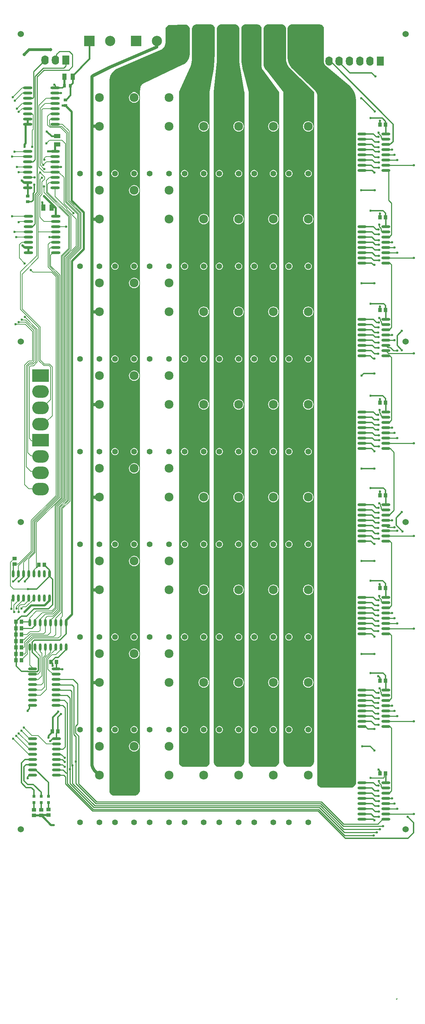
<source format=gtl>
G04*
G04 #@! TF.GenerationSoftware,Altium Limited,Altium Designer,20.0.2 (26)*
G04*
G04 Layer_Physical_Order=1*
G04 Layer_Color=255*
%FSLAX25Y25*%
%MOIN*%
G70*
G01*
G75*
%ADD10C,0.01000*%
%ADD16C,0.00600*%
%ADD39C,0.03000*%
%ADD40C,0.02000*%
%ADD41R,0.03150X0.03150*%
%ADD42R,0.04134X0.03543*%
%ADD43R,0.03543X0.04134*%
%ADD44O,0.02362X0.07079*%
%ADD45R,0.03937X0.06102*%
%ADD46R,0.03150X0.03543*%
%ADD47R,0.03543X0.03150*%
%ADD48O,0.09055X0.02362*%
%ADD49R,0.06102X0.03937*%
%ADD50O,0.08661X0.02362*%
%ADD51R,0.03543X0.03937*%
%ADD52C,0.01200*%
%ADD53C,0.00800*%
%ADD54C,0.01500*%
%ADD55C,0.02500*%
%ADD56O,0.16000X0.12000*%
%ADD57R,0.16000X0.12000*%
%ADD58C,0.06000*%
%ADD59C,0.05500*%
%ADD60C,0.08500*%
%ADD61O,0.07000X0.09000*%
%ADD62R,0.07000X0.09000*%
%ADD63C,0.09843*%
%ADD64R,0.09843X0.09843*%
%ADD65C,0.02362*%
%ADD66C,0.03150*%
G36*
X182579Y9220D02*
X182973Y9220D01*
X183746Y9067D01*
X184473Y8765D01*
X185128Y8327D01*
X185686Y7770D01*
X186124Y7115D01*
X186425Y6387D01*
X186565Y5683D01*
X186579Y5221D01*
Y5220D01*
X186579Y5220D01*
X186579Y5220D01*
X186579Y-16491D01*
X186579Y-19306D01*
X186330Y-24931D01*
X185833Y-30540D01*
X185089Y-36121D01*
X184594Y-38892D01*
X184594Y-38892D01*
X184594Y-38892D01*
X181579Y-55780D01*
X181579Y-699280D01*
X181579Y-699723D01*
X181406Y-700592D01*
X181067Y-701411D01*
X180574Y-702148D01*
X179947Y-702775D01*
X179210Y-703267D01*
X178391Y-703607D01*
X177574Y-703769D01*
X177079Y-703780D01*
X177079Y-703780D01*
X157079Y-703780D01*
X156586D01*
X155620Y-703587D01*
X154710Y-703210D01*
X153892Y-702663D01*
X153195Y-701967D01*
X152648Y-701148D01*
X152271Y-700238D01*
X152079Y-699272D01*
Y-698780D01*
X152079Y-698780D01*
X152079Y-55780D01*
X152541D01*
X152270Y-55359D01*
X162668Y-32482D01*
X163111Y-31436D01*
X163826Y-29279D01*
X164306Y-27058D01*
X164548Y-24799D01*
X164579Y-23663D01*
X164579Y-23663D01*
X164579Y4721D01*
X164579Y5164D01*
X164752Y6033D01*
X165091Y6852D01*
X165583Y7589D01*
X166210Y8216D01*
X166947Y8708D01*
X167766Y9048D01*
X168635Y9220D01*
X169079Y9220D01*
X169079Y9220D01*
X182579Y9220D01*
D02*
G37*
G36*
X251079Y9220D02*
X251473Y9220D01*
X252245Y9067D01*
X252973Y8765D01*
X253628Y8327D01*
X254186Y7770D01*
X254623Y7115D01*
X254925Y6387D01*
X255079Y5614D01*
X255078Y5220D01*
X255078D01*
X255079Y-23562D01*
X255104Y-24379D01*
X255304Y-26002D01*
X255701Y-27588D01*
X256288Y-29114D01*
X257059Y-30557D01*
X257999Y-31894D01*
X259096Y-33107D01*
X260334Y-34176D01*
X260999Y-34652D01*
X260999D01*
X263640Y-37250D01*
X268902Y-42469D01*
X274143Y-47709D01*
X279362Y-52970D01*
X281961Y-55611D01*
X281961Y-55611D01*
X281961Y-55611D01*
X281961Y-55611D01*
X281976Y-55780D01*
X282079D01*
X282079Y-698280D01*
Y-698821D01*
X281867Y-699884D01*
X281453Y-700885D01*
X280851Y-701786D01*
X280085Y-702552D01*
X279184Y-703154D01*
X278183Y-703568D01*
X277120Y-703780D01*
X276579Y-703780D01*
X258079Y-703780D01*
X257537Y-703780D01*
X256474Y-703568D01*
X255473Y-703154D01*
X254573Y-702552D01*
X253807Y-701786D01*
X253205Y-700885D01*
X252790Y-699884D01*
X252579Y-698821D01*
Y-698280D01*
Y-698280D01*
X252579Y-55780D01*
X236079Y-34780D01*
X235484Y-34185D01*
X234550Y-32787D01*
X233907Y-31234D01*
X233579Y-29585D01*
Y-28744D01*
X233579Y5221D01*
X233579Y5614D01*
X233733Y6387D01*
X234034Y7115D01*
X234472Y7770D01*
X235029Y8327D01*
X235684Y8765D01*
X236412Y9067D01*
X237185Y9220D01*
X237579Y9220D01*
X237579Y9220D01*
X251079Y9220D01*
D02*
G37*
G36*
X287579Y9220D02*
X287579Y9220D01*
X287580D01*
X288047Y9206D01*
X288745Y9067D01*
X289473Y8765D01*
X290129Y8327D01*
X290686Y7770D01*
X291124Y7115D01*
X291425Y6387D01*
X291579Y5615D01*
Y5221D01*
X291579Y-26636D01*
X291606Y-27136D01*
X291823Y-28113D01*
X292246Y-29021D01*
X292856Y-29815D01*
X293221Y-30157D01*
X315242Y-48626D01*
X315242Y-48626D01*
X316101Y-49347D01*
X317652Y-50966D01*
X319017Y-52745D01*
X320181Y-54661D01*
X321128Y-56693D01*
X321849Y-58816D01*
X322335Y-61005D01*
X322579Y-63234D01*
X322579Y-64355D01*
X322579Y-718280D01*
X322579Y-718280D01*
X322579Y-718821D01*
X322367Y-719884D01*
X321953Y-720885D01*
X321351Y-721786D01*
X320585Y-722552D01*
X319684Y-723154D01*
X318683Y-723568D01*
X317620Y-723780D01*
X317079Y-723779D01*
X290079Y-723780D01*
X290079Y-723780D01*
X289586Y-723780D01*
X288620Y-723588D01*
X287710Y-723211D01*
X286891Y-722663D01*
X286195Y-721967D01*
X285648Y-721148D01*
X285271Y-720238D01*
X285079Y-719272D01*
X285079Y-718780D01*
X285079Y-59133D01*
X285079D01*
X285079Y-59133D01*
X285046Y-58472D01*
X284782Y-57177D01*
X284265Y-55961D01*
X283516Y-54872D01*
X283063Y-54390D01*
X261226Y-33332D01*
X261225Y-33332D01*
X260676Y-32802D01*
X259688Y-31637D01*
X258822Y-30379D01*
X258087Y-29040D01*
X257490Y-27634D01*
X257037Y-26176D01*
X256732Y-24679D01*
X256579Y-23159D01*
X256579Y-22396D01*
X256579Y5220D01*
X256579Y5220D01*
X256598Y5712D01*
X256732Y6387D01*
X257034Y7115D01*
X257472Y7770D01*
X258029Y8327D01*
X258684Y8765D01*
X259412Y9067D01*
X260185Y9220D01*
X260579Y9220D01*
X287579Y9220D01*
X287579Y9220D01*
D02*
G37*
G36*
X159083Y8956D02*
X159978Y8601D01*
X160786Y8077D01*
X161474Y7403D01*
X162015Y6607D01*
X162388Y5719D01*
X162579Y4775D01*
X162579Y4294D01*
X162579Y4294D01*
X162579Y4294D01*
X162579Y-18959D01*
X162579Y-19776D01*
X162349Y-21394D01*
X161894Y-22964D01*
X161223Y-24454D01*
X160349Y-25835D01*
X159289Y-27080D01*
X158065Y-28163D01*
X156701Y-29063D01*
X155963Y-29413D01*
Y-29413D01*
X155963Y-29414D01*
X118309Y-47249D01*
X117950Y-47434D01*
X117271Y-47874D01*
X116656Y-48399D01*
X116116Y-49000D01*
X115660Y-49667D01*
X115296Y-50388D01*
X115030Y-51151D01*
X114882Y-51869D01*
X114866Y-51943D01*
X114824Y-52345D01*
X114824Y-52345D01*
X114824Y-52345D01*
X114579Y-55780D01*
X114579Y-725721D01*
Y-726281D01*
X114360Y-727378D01*
X113932Y-728411D01*
X113311Y-729341D01*
X112520Y-730132D01*
X111590Y-730754D01*
X110556Y-731182D01*
X109459Y-731400D01*
X108900Y-731400D01*
X90300Y-731400D01*
X89786Y-731400D01*
X88777Y-731199D01*
X87827Y-730806D01*
X86972Y-730234D01*
X86244Y-729507D01*
X85673Y-728652D01*
X85279Y-727702D01*
X85079Y-726693D01*
X85079Y-726179D01*
X85079Y-726179D01*
X85079Y-55780D01*
X85079Y-45087D01*
Y-44113D01*
X85362Y-42184D01*
X85923Y-40318D01*
X86750Y-38553D01*
X87825Y-36927D01*
X89125Y-35474D01*
X90623Y-34227D01*
X92286Y-33210D01*
X93182Y-32828D01*
X93182Y-32828D01*
X134219Y-15349D01*
X134747Y-15101D01*
X135742Y-14493D01*
X136637Y-13747D01*
X137415Y-12878D01*
X138058Y-11906D01*
X138552Y-10850D01*
X138888Y-9734D01*
X139057Y-8580D01*
X139079Y-7998D01*
X139079Y-7998D01*
X139079Y4156D01*
X139079Y4609D01*
X139253Y5498D01*
X139595Y6337D01*
X140093Y7094D01*
X140726Y7741D01*
X141473Y8255D01*
X142304Y8614D01*
X143189Y8808D01*
X143642Y8817D01*
X143642Y8817D01*
X157653Y9116D01*
X158135Y9126D01*
X159083Y8956D01*
D02*
G37*
G36*
X216079Y9220D02*
X227579Y9220D01*
X227579Y9220D01*
X227579Y9220D01*
X227581D01*
X228047Y9206D01*
X228745Y9067D01*
X229473Y8765D01*
X230129Y8327D01*
X230686Y7770D01*
X231123Y7115D01*
X231425Y6387D01*
X231579Y5614D01*
X231579Y5220D01*
X231579Y-31262D01*
X231579Y-31262D01*
X231593Y-31628D01*
X231709Y-32351D01*
X231939Y-33047D01*
X232275Y-33697D01*
X232481Y-34000D01*
X248249Y-55333D01*
X248024Y-55780D01*
X248579D01*
X248579Y-698280D01*
Y-698821D01*
X248367Y-699884D01*
X247953Y-700885D01*
X247351Y-701786D01*
X246585Y-702552D01*
X245684Y-703154D01*
X244683Y-703568D01*
X243620Y-703780D01*
X243079D01*
X224579Y-703780D01*
X224037D01*
X222974Y-703568D01*
X221973Y-703154D01*
X221073Y-702552D01*
X220307Y-701786D01*
X219705Y-700885D01*
X219290Y-699884D01*
X219079Y-698821D01*
Y-698280D01*
X219079Y-698280D01*
X219079Y-55780D01*
X214047Y-36371D01*
X213557Y-34482D01*
X212820Y-30652D01*
X212326Y-26782D01*
X212079Y-22888D01*
X212079Y-20938D01*
Y5221D01*
X212079Y5221D01*
X212079Y5221D01*
X212093Y5685D01*
X212232Y6387D01*
X212534Y7115D01*
X212972Y7770D01*
X213529Y8327D01*
X214184Y8765D01*
X214912Y9067D01*
X215685Y9220D01*
X216079Y9220D01*
D02*
G37*
G36*
X206079Y9220D02*
X206473Y9220D01*
X207245Y9067D01*
X207973Y8765D01*
X208629Y8327D01*
X209186Y7770D01*
X209623Y7115D01*
X209925Y6387D01*
X210059Y5712D01*
X210079Y5220D01*
X210079Y5220D01*
X210079Y5220D01*
X210079Y-22136D01*
X210094Y-23543D01*
X210219Y-26355D01*
X210467Y-29158D01*
X210839Y-31948D01*
X211071Y-33336D01*
X211071Y-33336D01*
X211071Y-33336D01*
X215010Y-55396D01*
X214689Y-55780D01*
X215079D01*
X215079Y-698280D01*
X215079Y-698821D01*
X214867Y-699884D01*
X214453Y-700885D01*
X213851Y-701786D01*
X213085Y-702552D01*
X212184Y-703154D01*
X211183Y-703568D01*
X210120Y-703780D01*
X209579Y-703780D01*
X209579Y-703780D01*
X209579Y-703780D01*
X190579Y-703780D01*
X190086Y-703780D01*
X189120Y-703587D01*
X188210Y-703210D01*
X187391Y-702663D01*
X186695Y-701967D01*
X186148Y-701148D01*
X185771Y-700238D01*
X185579Y-699272D01*
Y-698780D01*
X185579Y-698780D01*
X185579Y-55780D01*
X185952D01*
X185617Y-55409D01*
X188579Y-26280D01*
X188579Y5221D01*
X188579Y5615D01*
X188733Y6387D01*
X189034Y7115D01*
X189472Y7770D01*
X190029Y8327D01*
X190684Y8765D01*
X191412Y9067D01*
X192185Y9220D01*
X192579D01*
X192579Y9220D01*
X206079Y9220D01*
D02*
G37*
%LPC*%
G36*
X175941Y-83657D02*
X174649Y-83827D01*
X173445Y-84326D01*
X172411Y-85119D01*
X171617Y-86153D01*
X171118Y-87357D01*
X170948Y-88650D01*
X171118Y-89942D01*
X171617Y-91146D01*
X172411Y-92180D01*
X173445Y-92974D01*
X174649Y-93472D01*
X175941Y-93642D01*
X177233Y-93472D01*
X178437Y-92974D01*
X179471Y-92180D01*
X180265Y-91146D01*
X180764Y-89942D01*
X180934Y-88650D01*
X180764Y-87357D01*
X180265Y-86153D01*
X179471Y-85119D01*
X178437Y-84326D01*
X177233Y-83827D01*
X175941Y-83657D01*
D02*
G37*
G36*
Y-130446D02*
X175040Y-130564D01*
X174201Y-130912D01*
X173480Y-131465D01*
X172927Y-132185D01*
X172580Y-133025D01*
X172461Y-133925D01*
X172580Y-134826D01*
X172927Y-135665D01*
X173480Y-136386D01*
X174201Y-136939D01*
X175040Y-137286D01*
X175941Y-137405D01*
X176842Y-137286D01*
X177681Y-136939D01*
X178402Y-136386D01*
X178955Y-135665D01*
X179302Y-134826D01*
X179421Y-133925D01*
X179302Y-133025D01*
X178955Y-132185D01*
X178402Y-131465D01*
X177681Y-130912D01*
X176842Y-130564D01*
X175941Y-130446D01*
D02*
G37*
G36*
X157437D02*
X156536Y-130564D01*
X155697Y-130912D01*
X154976Y-131465D01*
X154423Y-132185D01*
X154076Y-133025D01*
X153957Y-133925D01*
X154076Y-134826D01*
X154423Y-135665D01*
X154976Y-136386D01*
X155697Y-136939D01*
X156536Y-137286D01*
X157437Y-137405D01*
X158338Y-137286D01*
X159177Y-136939D01*
X159898Y-136386D01*
X160451Y-135665D01*
X160798Y-134826D01*
X160917Y-133925D01*
X160798Y-133025D01*
X160451Y-132185D01*
X159898Y-131465D01*
X159177Y-130912D01*
X158338Y-130564D01*
X157437Y-130446D01*
D02*
G37*
G36*
X175941Y-172657D02*
X174649Y-172827D01*
X173445Y-173326D01*
X172411Y-174119D01*
X171617Y-175153D01*
X171118Y-176357D01*
X170948Y-177650D01*
X171118Y-178942D01*
X171617Y-180146D01*
X172411Y-181180D01*
X173445Y-181974D01*
X174649Y-182472D01*
X175941Y-182642D01*
X177233Y-182472D01*
X178437Y-181974D01*
X179471Y-181180D01*
X180265Y-180146D01*
X180764Y-178942D01*
X180934Y-177650D01*
X180764Y-176357D01*
X180265Y-175153D01*
X179471Y-174119D01*
X178437Y-173326D01*
X177233Y-172827D01*
X175941Y-172657D01*
D02*
G37*
G36*
Y-219445D02*
X175040Y-219564D01*
X174201Y-219912D01*
X173480Y-220465D01*
X172927Y-221185D01*
X172580Y-222025D01*
X172461Y-222925D01*
X172580Y-223826D01*
X172927Y-224665D01*
X173480Y-225386D01*
X174201Y-225939D01*
X175040Y-226286D01*
X175941Y-226405D01*
X176842Y-226286D01*
X177681Y-225939D01*
X178402Y-225386D01*
X178955Y-224665D01*
X179302Y-223826D01*
X179421Y-222925D01*
X179302Y-222025D01*
X178955Y-221185D01*
X178402Y-220465D01*
X177681Y-219912D01*
X176842Y-219564D01*
X175941Y-219445D01*
D02*
G37*
G36*
X157437D02*
X156536Y-219564D01*
X155697Y-219912D01*
X154976Y-220465D01*
X154423Y-221185D01*
X154076Y-222025D01*
X153957Y-222925D01*
X154076Y-223826D01*
X154423Y-224665D01*
X154976Y-225386D01*
X155697Y-225939D01*
X156536Y-226286D01*
X157437Y-226405D01*
X158338Y-226286D01*
X159177Y-225939D01*
X159898Y-225386D01*
X160451Y-224665D01*
X160798Y-223826D01*
X160917Y-222925D01*
X160798Y-222025D01*
X160451Y-221185D01*
X159898Y-220465D01*
X159177Y-219912D01*
X158338Y-219564D01*
X157437Y-219445D01*
D02*
G37*
G36*
X175941Y-261657D02*
X174649Y-261827D01*
X173445Y-262326D01*
X172411Y-263119D01*
X171617Y-264153D01*
X171118Y-265357D01*
X170948Y-266650D01*
X171118Y-267942D01*
X171617Y-269146D01*
X172411Y-270180D01*
X173445Y-270973D01*
X174649Y-271472D01*
X175941Y-271642D01*
X177233Y-271472D01*
X178437Y-270973D01*
X179471Y-270180D01*
X180265Y-269146D01*
X180764Y-267942D01*
X180934Y-266650D01*
X180764Y-265357D01*
X180265Y-264153D01*
X179471Y-263119D01*
X178437Y-262326D01*
X177233Y-261827D01*
X175941Y-261657D01*
D02*
G37*
G36*
Y-308446D02*
X175040Y-308564D01*
X174201Y-308912D01*
X173480Y-309465D01*
X172927Y-310185D01*
X172580Y-311025D01*
X172461Y-311925D01*
X172580Y-312826D01*
X172927Y-313665D01*
X173480Y-314386D01*
X174201Y-314939D01*
X175040Y-315286D01*
X175941Y-315405D01*
X176842Y-315286D01*
X177681Y-314939D01*
X178402Y-314386D01*
X178955Y-313665D01*
X179302Y-312826D01*
X179421Y-311925D01*
X179302Y-311025D01*
X178955Y-310185D01*
X178402Y-309465D01*
X177681Y-308912D01*
X176842Y-308564D01*
X175941Y-308446D01*
D02*
G37*
G36*
X157437D02*
X156536Y-308564D01*
X155697Y-308912D01*
X154976Y-309465D01*
X154423Y-310185D01*
X154076Y-311025D01*
X153957Y-311925D01*
X154076Y-312826D01*
X154423Y-313665D01*
X154976Y-314386D01*
X155697Y-314939D01*
X156536Y-315286D01*
X157437Y-315405D01*
X158338Y-315286D01*
X159177Y-314939D01*
X159898Y-314386D01*
X160451Y-313665D01*
X160798Y-312826D01*
X160917Y-311925D01*
X160798Y-311025D01*
X160451Y-310185D01*
X159898Y-309465D01*
X159177Y-308912D01*
X158338Y-308564D01*
X157437Y-308446D01*
D02*
G37*
G36*
X175941Y-350657D02*
X174649Y-350827D01*
X173445Y-351326D01*
X172411Y-352119D01*
X171617Y-353153D01*
X171118Y-354357D01*
X170948Y-355650D01*
X171118Y-356942D01*
X171617Y-358146D01*
X172411Y-359180D01*
X173445Y-359974D01*
X174649Y-360472D01*
X175941Y-360642D01*
X177233Y-360472D01*
X178437Y-359974D01*
X179471Y-359180D01*
X180265Y-358146D01*
X180764Y-356942D01*
X180934Y-355650D01*
X180764Y-354357D01*
X180265Y-353153D01*
X179471Y-352119D01*
X178437Y-351326D01*
X177233Y-350827D01*
X175941Y-350657D01*
D02*
G37*
G36*
Y-397446D02*
X175040Y-397564D01*
X174201Y-397912D01*
X173480Y-398465D01*
X172927Y-399185D01*
X172580Y-400025D01*
X172461Y-400925D01*
X172580Y-401826D01*
X172927Y-402665D01*
X173480Y-403386D01*
X174201Y-403939D01*
X175040Y-404286D01*
X175941Y-404405D01*
X176842Y-404286D01*
X177681Y-403939D01*
X178402Y-403386D01*
X178955Y-402665D01*
X179302Y-401826D01*
X179421Y-400925D01*
X179302Y-400025D01*
X178955Y-399185D01*
X178402Y-398465D01*
X177681Y-397912D01*
X176842Y-397564D01*
X175941Y-397446D01*
D02*
G37*
G36*
X157437D02*
X156536Y-397564D01*
X155697Y-397912D01*
X154976Y-398465D01*
X154423Y-399185D01*
X154076Y-400025D01*
X153957Y-400925D01*
X154076Y-401826D01*
X154423Y-402665D01*
X154976Y-403386D01*
X155697Y-403939D01*
X156536Y-404286D01*
X157437Y-404405D01*
X158338Y-404286D01*
X159177Y-403939D01*
X159898Y-403386D01*
X160451Y-402665D01*
X160798Y-401826D01*
X160917Y-400925D01*
X160798Y-400025D01*
X160451Y-399185D01*
X159898Y-398465D01*
X159177Y-397912D01*
X158338Y-397564D01*
X157437Y-397446D01*
D02*
G37*
G36*
X175941Y-439657D02*
X174649Y-439827D01*
X173445Y-440326D01*
X172411Y-441119D01*
X171617Y-442153D01*
X171118Y-443357D01*
X170948Y-444650D01*
X171118Y-445942D01*
X171617Y-447146D01*
X172411Y-448180D01*
X173445Y-448974D01*
X174649Y-449472D01*
X175941Y-449642D01*
X177233Y-449472D01*
X178437Y-448974D01*
X179471Y-448180D01*
X180265Y-447146D01*
X180764Y-445942D01*
X180934Y-444650D01*
X180764Y-443357D01*
X180265Y-442153D01*
X179471Y-441119D01*
X178437Y-440326D01*
X177233Y-439827D01*
X175941Y-439657D01*
D02*
G37*
G36*
Y-486446D02*
X175040Y-486564D01*
X174201Y-486912D01*
X173480Y-487465D01*
X172927Y-488185D01*
X172580Y-489025D01*
X172461Y-489925D01*
X172580Y-490826D01*
X172927Y-491665D01*
X173480Y-492386D01*
X174201Y-492939D01*
X175040Y-493286D01*
X175941Y-493405D01*
X176842Y-493286D01*
X177681Y-492939D01*
X178402Y-492386D01*
X178955Y-491665D01*
X179302Y-490826D01*
X179421Y-489925D01*
X179302Y-489025D01*
X178955Y-488185D01*
X178402Y-487465D01*
X177681Y-486912D01*
X176842Y-486564D01*
X175941Y-486446D01*
D02*
G37*
G36*
X157437D02*
X156536Y-486564D01*
X155697Y-486912D01*
X154976Y-487465D01*
X154423Y-488185D01*
X154076Y-489025D01*
X153957Y-489925D01*
X154076Y-490826D01*
X154423Y-491665D01*
X154976Y-492386D01*
X155697Y-492939D01*
X156536Y-493286D01*
X157437Y-493405D01*
X158338Y-493286D01*
X159177Y-492939D01*
X159898Y-492386D01*
X160451Y-491665D01*
X160798Y-490826D01*
X160917Y-489925D01*
X160798Y-489025D01*
X160451Y-488185D01*
X159898Y-487465D01*
X159177Y-486912D01*
X158338Y-486564D01*
X157437Y-486446D01*
D02*
G37*
G36*
X175941Y-528657D02*
X174649Y-528827D01*
X173445Y-529326D01*
X172411Y-530119D01*
X171617Y-531153D01*
X171118Y-532357D01*
X170948Y-533650D01*
X171118Y-534942D01*
X171617Y-536146D01*
X172411Y-537180D01*
X173445Y-537973D01*
X174649Y-538472D01*
X175941Y-538642D01*
X177233Y-538472D01*
X178437Y-537973D01*
X179471Y-537180D01*
X180265Y-536146D01*
X180764Y-534942D01*
X180934Y-533650D01*
X180764Y-532357D01*
X180265Y-531153D01*
X179471Y-530119D01*
X178437Y-529326D01*
X177233Y-528827D01*
X175941Y-528657D01*
D02*
G37*
G36*
Y-575446D02*
X175040Y-575564D01*
X174201Y-575912D01*
X173480Y-576465D01*
X172927Y-577185D01*
X172580Y-578025D01*
X172461Y-578925D01*
X172580Y-579826D01*
X172927Y-580665D01*
X173480Y-581386D01*
X174201Y-581939D01*
X175040Y-582286D01*
X175941Y-582405D01*
X176842Y-582286D01*
X177681Y-581939D01*
X178402Y-581386D01*
X178955Y-580665D01*
X179302Y-579826D01*
X179421Y-578925D01*
X179302Y-578025D01*
X178955Y-577185D01*
X178402Y-576465D01*
X177681Y-575912D01*
X176842Y-575564D01*
X175941Y-575446D01*
D02*
G37*
G36*
X157437D02*
X156536Y-575564D01*
X155697Y-575912D01*
X154976Y-576465D01*
X154423Y-577185D01*
X154076Y-578025D01*
X153957Y-578925D01*
X154076Y-579826D01*
X154423Y-580665D01*
X154976Y-581386D01*
X155697Y-581939D01*
X156536Y-582286D01*
X157437Y-582405D01*
X158338Y-582286D01*
X159177Y-581939D01*
X159898Y-581386D01*
X160451Y-580665D01*
X160798Y-579826D01*
X160917Y-578925D01*
X160798Y-578025D01*
X160451Y-577185D01*
X159898Y-576465D01*
X159177Y-575912D01*
X158338Y-575564D01*
X157437Y-575446D01*
D02*
G37*
G36*
X175941Y-617657D02*
X174649Y-617827D01*
X173445Y-618326D01*
X172411Y-619119D01*
X171617Y-620153D01*
X171118Y-621357D01*
X170948Y-622650D01*
X171118Y-623942D01*
X171617Y-625146D01*
X172411Y-626180D01*
X173445Y-626973D01*
X174649Y-627472D01*
X175941Y-627642D01*
X177233Y-627472D01*
X178437Y-626973D01*
X179471Y-626180D01*
X180265Y-625146D01*
X180764Y-623942D01*
X180934Y-622650D01*
X180764Y-621357D01*
X180265Y-620153D01*
X179471Y-619119D01*
X178437Y-618326D01*
X177233Y-617827D01*
X175941Y-617657D01*
D02*
G37*
G36*
Y-664445D02*
X175040Y-664564D01*
X174201Y-664912D01*
X173480Y-665465D01*
X172927Y-666185D01*
X172580Y-667025D01*
X172461Y-667925D01*
X172580Y-668826D01*
X172927Y-669665D01*
X173480Y-670386D01*
X174201Y-670939D01*
X175040Y-671286D01*
X175941Y-671405D01*
X176842Y-671286D01*
X177681Y-670939D01*
X178402Y-670386D01*
X178955Y-669665D01*
X179302Y-668826D01*
X179421Y-667925D01*
X179302Y-667025D01*
X178955Y-666185D01*
X178402Y-665465D01*
X177681Y-664912D01*
X176842Y-664564D01*
X175941Y-664445D01*
D02*
G37*
G36*
X157437D02*
X156536Y-664564D01*
X155697Y-664912D01*
X154976Y-665465D01*
X154423Y-666185D01*
X154076Y-667025D01*
X153957Y-667925D01*
X154076Y-668826D01*
X154423Y-669665D01*
X154976Y-670386D01*
X155697Y-670939D01*
X156536Y-671286D01*
X157437Y-671405D01*
X158338Y-671286D01*
X159177Y-670939D01*
X159898Y-670386D01*
X160451Y-669665D01*
X160798Y-668826D01*
X160917Y-667925D01*
X160798Y-667025D01*
X160451Y-666185D01*
X159898Y-665465D01*
X159177Y-664912D01*
X158338Y-664564D01*
X157437Y-664445D01*
D02*
G37*
G36*
X276441Y-83657D02*
X275149Y-83827D01*
X273945Y-84326D01*
X272911Y-85119D01*
X272117Y-86153D01*
X271618Y-87357D01*
X271448Y-88650D01*
X271618Y-89942D01*
X272117Y-91146D01*
X272911Y-92180D01*
X273945Y-92974D01*
X275149Y-93472D01*
X276441Y-93642D01*
X277733Y-93472D01*
X278937Y-92974D01*
X279971Y-92180D01*
X280765Y-91146D01*
X281264Y-89942D01*
X281434Y-88650D01*
X281264Y-87357D01*
X280765Y-86153D01*
X279971Y-85119D01*
X278937Y-84326D01*
X277733Y-83827D01*
X276441Y-83657D01*
D02*
G37*
G36*
Y-130446D02*
X275540Y-130564D01*
X274701Y-130912D01*
X273980Y-131465D01*
X273427Y-132185D01*
X273080Y-133025D01*
X272961Y-133925D01*
X273080Y-134826D01*
X273427Y-135665D01*
X273980Y-136386D01*
X274701Y-136939D01*
X275540Y-137286D01*
X276441Y-137405D01*
X277342Y-137286D01*
X278181Y-136939D01*
X278902Y-136386D01*
X279455Y-135665D01*
X279802Y-134826D01*
X279921Y-133925D01*
X279802Y-133025D01*
X279455Y-132185D01*
X278902Y-131465D01*
X278181Y-130912D01*
X277342Y-130564D01*
X276441Y-130446D01*
D02*
G37*
G36*
X257937D02*
X257036Y-130564D01*
X256197Y-130912D01*
X255476Y-131465D01*
X254923Y-132185D01*
X254576Y-133025D01*
X254457Y-133925D01*
X254576Y-134826D01*
X254923Y-135665D01*
X255476Y-136386D01*
X256197Y-136939D01*
X257036Y-137286D01*
X257937Y-137405D01*
X258838Y-137286D01*
X259677Y-136939D01*
X260398Y-136386D01*
X260951Y-135665D01*
X261298Y-134826D01*
X261417Y-133925D01*
X261298Y-133025D01*
X260951Y-132185D01*
X260398Y-131465D01*
X259677Y-130912D01*
X258838Y-130564D01*
X257937Y-130446D01*
D02*
G37*
G36*
X276441Y-172657D02*
X275149Y-172827D01*
X273945Y-173326D01*
X272911Y-174119D01*
X272117Y-175153D01*
X271618Y-176357D01*
X271448Y-177650D01*
X271618Y-178942D01*
X272117Y-180146D01*
X272911Y-181180D01*
X273945Y-181974D01*
X275149Y-182472D01*
X276441Y-182642D01*
X277733Y-182472D01*
X278937Y-181974D01*
X279971Y-181180D01*
X280765Y-180146D01*
X281264Y-178942D01*
X281434Y-177650D01*
X281264Y-176357D01*
X280765Y-175153D01*
X279971Y-174119D01*
X278937Y-173326D01*
X277733Y-172827D01*
X276441Y-172657D01*
D02*
G37*
G36*
Y-219445D02*
X275540Y-219564D01*
X274701Y-219912D01*
X273980Y-220465D01*
X273427Y-221185D01*
X273080Y-222025D01*
X272961Y-222925D01*
X273080Y-223826D01*
X273427Y-224665D01*
X273980Y-225386D01*
X274701Y-225939D01*
X275540Y-226286D01*
X276441Y-226405D01*
X277342Y-226286D01*
X278181Y-225939D01*
X278902Y-225386D01*
X279455Y-224665D01*
X279802Y-223826D01*
X279921Y-222925D01*
X279802Y-222025D01*
X279455Y-221185D01*
X278902Y-220465D01*
X278181Y-219912D01*
X277342Y-219564D01*
X276441Y-219445D01*
D02*
G37*
G36*
X257937D02*
X257036Y-219564D01*
X256197Y-219912D01*
X255476Y-220465D01*
X254923Y-221185D01*
X254576Y-222025D01*
X254457Y-222925D01*
X254576Y-223826D01*
X254923Y-224665D01*
X255476Y-225386D01*
X256197Y-225939D01*
X257036Y-226286D01*
X257937Y-226405D01*
X258838Y-226286D01*
X259677Y-225939D01*
X260398Y-225386D01*
X260951Y-224665D01*
X261298Y-223826D01*
X261417Y-222925D01*
X261298Y-222025D01*
X260951Y-221185D01*
X260398Y-220465D01*
X259677Y-219912D01*
X258838Y-219564D01*
X257937Y-219445D01*
D02*
G37*
G36*
X276441Y-261657D02*
X275149Y-261827D01*
X273945Y-262326D01*
X272911Y-263119D01*
X272117Y-264153D01*
X271618Y-265357D01*
X271448Y-266650D01*
X271618Y-267942D01*
X272117Y-269146D01*
X272911Y-270180D01*
X273945Y-270973D01*
X275149Y-271472D01*
X276441Y-271642D01*
X277733Y-271472D01*
X278937Y-270973D01*
X279971Y-270180D01*
X280765Y-269146D01*
X281264Y-267942D01*
X281434Y-266650D01*
X281264Y-265357D01*
X280765Y-264153D01*
X279971Y-263119D01*
X278937Y-262326D01*
X277733Y-261827D01*
X276441Y-261657D01*
D02*
G37*
G36*
Y-308446D02*
X275540Y-308564D01*
X274701Y-308912D01*
X273980Y-309465D01*
X273427Y-310185D01*
X273080Y-311025D01*
X272961Y-311925D01*
X273080Y-312826D01*
X273427Y-313665D01*
X273980Y-314386D01*
X274701Y-314939D01*
X275540Y-315286D01*
X276441Y-315405D01*
X277342Y-315286D01*
X278181Y-314939D01*
X278902Y-314386D01*
X279455Y-313665D01*
X279802Y-312826D01*
X279921Y-311925D01*
X279802Y-311025D01*
X279455Y-310185D01*
X278902Y-309465D01*
X278181Y-308912D01*
X277342Y-308564D01*
X276441Y-308446D01*
D02*
G37*
G36*
X257937D02*
X257036Y-308564D01*
X256197Y-308912D01*
X255476Y-309465D01*
X254923Y-310185D01*
X254576Y-311025D01*
X254457Y-311925D01*
X254576Y-312826D01*
X254923Y-313665D01*
X255476Y-314386D01*
X256197Y-314939D01*
X257036Y-315286D01*
X257937Y-315405D01*
X258838Y-315286D01*
X259677Y-314939D01*
X260398Y-314386D01*
X260951Y-313665D01*
X261298Y-312826D01*
X261417Y-311925D01*
X261298Y-311025D01*
X260951Y-310185D01*
X260398Y-309465D01*
X259677Y-308912D01*
X258838Y-308564D01*
X257937Y-308446D01*
D02*
G37*
G36*
X276441Y-350657D02*
X275149Y-350827D01*
X273945Y-351326D01*
X272911Y-352119D01*
X272117Y-353153D01*
X271618Y-354357D01*
X271448Y-355650D01*
X271618Y-356942D01*
X272117Y-358146D01*
X272911Y-359180D01*
X273945Y-359974D01*
X275149Y-360472D01*
X276441Y-360642D01*
X277733Y-360472D01*
X278937Y-359974D01*
X279971Y-359180D01*
X280765Y-358146D01*
X281264Y-356942D01*
X281434Y-355650D01*
X281264Y-354357D01*
X280765Y-353153D01*
X279971Y-352119D01*
X278937Y-351326D01*
X277733Y-350827D01*
X276441Y-350657D01*
D02*
G37*
G36*
Y-397446D02*
X275540Y-397564D01*
X274701Y-397912D01*
X273980Y-398465D01*
X273427Y-399185D01*
X273080Y-400025D01*
X272961Y-400925D01*
X273080Y-401826D01*
X273427Y-402665D01*
X273980Y-403386D01*
X274701Y-403939D01*
X275540Y-404286D01*
X276441Y-404405D01*
X277342Y-404286D01*
X278181Y-403939D01*
X278902Y-403386D01*
X279455Y-402665D01*
X279802Y-401826D01*
X279921Y-400925D01*
X279802Y-400025D01*
X279455Y-399185D01*
X278902Y-398465D01*
X278181Y-397912D01*
X277342Y-397564D01*
X276441Y-397446D01*
D02*
G37*
G36*
X257937D02*
X257036Y-397564D01*
X256197Y-397912D01*
X255476Y-398465D01*
X254923Y-399185D01*
X254576Y-400025D01*
X254457Y-400925D01*
X254576Y-401826D01*
X254923Y-402665D01*
X255476Y-403386D01*
X256197Y-403939D01*
X257036Y-404286D01*
X257937Y-404405D01*
X258838Y-404286D01*
X259677Y-403939D01*
X260398Y-403386D01*
X260951Y-402665D01*
X261298Y-401826D01*
X261417Y-400925D01*
X261298Y-400025D01*
X260951Y-399185D01*
X260398Y-398465D01*
X259677Y-397912D01*
X258838Y-397564D01*
X257937Y-397446D01*
D02*
G37*
G36*
X276441Y-439657D02*
X275149Y-439827D01*
X273945Y-440326D01*
X272911Y-441119D01*
X272117Y-442153D01*
X271618Y-443357D01*
X271448Y-444650D01*
X271618Y-445942D01*
X272117Y-447146D01*
X272911Y-448180D01*
X273945Y-448974D01*
X275149Y-449472D01*
X276441Y-449642D01*
X277733Y-449472D01*
X278937Y-448974D01*
X279971Y-448180D01*
X280765Y-447146D01*
X281264Y-445942D01*
X281434Y-444650D01*
X281264Y-443357D01*
X280765Y-442153D01*
X279971Y-441119D01*
X278937Y-440326D01*
X277733Y-439827D01*
X276441Y-439657D01*
D02*
G37*
G36*
Y-486446D02*
X275540Y-486564D01*
X274701Y-486912D01*
X273980Y-487465D01*
X273427Y-488185D01*
X273080Y-489025D01*
X272961Y-489925D01*
X273080Y-490826D01*
X273427Y-491665D01*
X273980Y-492386D01*
X274701Y-492939D01*
X275540Y-493286D01*
X276441Y-493405D01*
X277342Y-493286D01*
X278181Y-492939D01*
X278902Y-492386D01*
X279455Y-491665D01*
X279802Y-490826D01*
X279921Y-489925D01*
X279802Y-489025D01*
X279455Y-488185D01*
X278902Y-487465D01*
X278181Y-486912D01*
X277342Y-486564D01*
X276441Y-486446D01*
D02*
G37*
G36*
X257937D02*
X257036Y-486564D01*
X256197Y-486912D01*
X255476Y-487465D01*
X254923Y-488185D01*
X254576Y-489025D01*
X254457Y-489925D01*
X254576Y-490826D01*
X254923Y-491665D01*
X255476Y-492386D01*
X256197Y-492939D01*
X257036Y-493286D01*
X257937Y-493405D01*
X258838Y-493286D01*
X259677Y-492939D01*
X260398Y-492386D01*
X260951Y-491665D01*
X261298Y-490826D01*
X261417Y-489925D01*
X261298Y-489025D01*
X260951Y-488185D01*
X260398Y-487465D01*
X259677Y-486912D01*
X258838Y-486564D01*
X257937Y-486446D01*
D02*
G37*
G36*
X276441Y-528657D02*
X275149Y-528827D01*
X273945Y-529326D01*
X272911Y-530119D01*
X272117Y-531153D01*
X271618Y-532357D01*
X271448Y-533650D01*
X271618Y-534942D01*
X272117Y-536146D01*
X272911Y-537180D01*
X273945Y-537973D01*
X275149Y-538472D01*
X276441Y-538642D01*
X277733Y-538472D01*
X278937Y-537973D01*
X279971Y-537180D01*
X280765Y-536146D01*
X281264Y-534942D01*
X281434Y-533650D01*
X281264Y-532357D01*
X280765Y-531153D01*
X279971Y-530119D01*
X278937Y-529326D01*
X277733Y-528827D01*
X276441Y-528657D01*
D02*
G37*
G36*
Y-575446D02*
X275540Y-575564D01*
X274701Y-575912D01*
X273980Y-576465D01*
X273427Y-577185D01*
X273080Y-578025D01*
X272961Y-578925D01*
X273080Y-579826D01*
X273427Y-580665D01*
X273980Y-581386D01*
X274701Y-581939D01*
X275540Y-582286D01*
X276441Y-582405D01*
X277342Y-582286D01*
X278181Y-581939D01*
X278902Y-581386D01*
X279455Y-580665D01*
X279802Y-579826D01*
X279921Y-578925D01*
X279802Y-578025D01*
X279455Y-577185D01*
X278902Y-576465D01*
X278181Y-575912D01*
X277342Y-575564D01*
X276441Y-575446D01*
D02*
G37*
G36*
X257937D02*
X257036Y-575564D01*
X256197Y-575912D01*
X255476Y-576465D01*
X254923Y-577185D01*
X254576Y-578025D01*
X254457Y-578925D01*
X254576Y-579826D01*
X254923Y-580665D01*
X255476Y-581386D01*
X256197Y-581939D01*
X257036Y-582286D01*
X257937Y-582405D01*
X258838Y-582286D01*
X259677Y-581939D01*
X260398Y-581386D01*
X260951Y-580665D01*
X261298Y-579826D01*
X261417Y-578925D01*
X261298Y-578025D01*
X260951Y-577185D01*
X260398Y-576465D01*
X259677Y-575912D01*
X258838Y-575564D01*
X257937Y-575446D01*
D02*
G37*
G36*
X276441Y-617657D02*
X275149Y-617827D01*
X273945Y-618326D01*
X272911Y-619119D01*
X272117Y-620153D01*
X271618Y-621357D01*
X271448Y-622650D01*
X271618Y-623942D01*
X272117Y-625146D01*
X272911Y-626180D01*
X273945Y-626973D01*
X275149Y-627472D01*
X276441Y-627642D01*
X277733Y-627472D01*
X278937Y-626973D01*
X279971Y-626180D01*
X280765Y-625146D01*
X281264Y-623942D01*
X281434Y-622650D01*
X281264Y-621357D01*
X280765Y-620153D01*
X279971Y-619119D01*
X278937Y-618326D01*
X277733Y-617827D01*
X276441Y-617657D01*
D02*
G37*
G36*
Y-664445D02*
X275540Y-664564D01*
X274701Y-664912D01*
X273980Y-665465D01*
X273427Y-666185D01*
X273080Y-667025D01*
X272961Y-667925D01*
X273080Y-668826D01*
X273427Y-669665D01*
X273980Y-670386D01*
X274701Y-670939D01*
X275540Y-671286D01*
X276441Y-671405D01*
X277342Y-671286D01*
X278181Y-670939D01*
X278902Y-670386D01*
X279455Y-669665D01*
X279802Y-668826D01*
X279921Y-667925D01*
X279802Y-667025D01*
X279455Y-666185D01*
X278902Y-665465D01*
X278181Y-664912D01*
X277342Y-664564D01*
X276441Y-664445D01*
D02*
G37*
G36*
X257937D02*
X257036Y-664564D01*
X256197Y-664912D01*
X255476Y-665465D01*
X254923Y-666185D01*
X254576Y-667025D01*
X254457Y-667925D01*
X254576Y-668826D01*
X254923Y-669665D01*
X255476Y-670386D01*
X256197Y-670939D01*
X257036Y-671286D01*
X257937Y-671405D01*
X258838Y-671286D01*
X259677Y-670939D01*
X260398Y-670386D01*
X260951Y-669665D01*
X261298Y-668826D01*
X261417Y-667925D01*
X261298Y-667025D01*
X260951Y-666185D01*
X260398Y-665465D01*
X259677Y-664912D01*
X258838Y-664564D01*
X257937Y-664445D01*
D02*
G37*
G36*
X276579Y-703780D02*
X276579D01*
D01*
X276579D01*
D02*
G37*
G36*
X110311Y-55780D02*
X107571D01*
X107649Y-56268D01*
X106445Y-56767D01*
X105411Y-57560D01*
X104617Y-58594D01*
X104118Y-59798D01*
X103948Y-61091D01*
X104118Y-62383D01*
X104617Y-63587D01*
X105411Y-64621D01*
X106445Y-65414D01*
X107649Y-65913D01*
X108941Y-66083D01*
X110233Y-65913D01*
X111437Y-65414D01*
X112471Y-64621D01*
X113265Y-63587D01*
X113764Y-62383D01*
X113934Y-61091D01*
X113764Y-59798D01*
X113265Y-58594D01*
X112471Y-57560D01*
X111437Y-56767D01*
X110233Y-56268D01*
X110311Y-55780D01*
D02*
G37*
G36*
X108941Y-130446D02*
X108040Y-130564D01*
X107201Y-130912D01*
X106480Y-131465D01*
X105927Y-132185D01*
X105580Y-133025D01*
X105461Y-133925D01*
X105580Y-134826D01*
X105927Y-135665D01*
X106480Y-136386D01*
X107201Y-136939D01*
X108040Y-137286D01*
X108941Y-137405D01*
X109842Y-137286D01*
X110681Y-136939D01*
X111402Y-136386D01*
X111955Y-135665D01*
X112302Y-134826D01*
X112421Y-133925D01*
X112302Y-133025D01*
X111955Y-132185D01*
X111402Y-131465D01*
X110681Y-130912D01*
X109842Y-130564D01*
X108941Y-130446D01*
D02*
G37*
G36*
X90437D02*
X89536Y-130564D01*
X88697Y-130912D01*
X87976Y-131465D01*
X87423Y-132185D01*
X87076Y-133025D01*
X86957Y-133925D01*
X87076Y-134826D01*
X87423Y-135665D01*
X87976Y-136386D01*
X88697Y-136939D01*
X89536Y-137286D01*
X90437Y-137405D01*
X91338Y-137286D01*
X92177Y-136939D01*
X92898Y-136386D01*
X93451Y-135665D01*
X93798Y-134826D01*
X93917Y-133925D01*
X93798Y-133025D01*
X93451Y-132185D01*
X92898Y-131465D01*
X92177Y-130912D01*
X91338Y-130564D01*
X90437Y-130446D01*
D02*
G37*
G36*
X108941Y-145098D02*
X107649Y-145268D01*
X106445Y-145767D01*
X105411Y-146560D01*
X104617Y-147594D01*
X104118Y-148798D01*
X103948Y-150091D01*
X104118Y-151383D01*
X104617Y-152587D01*
X105411Y-153621D01*
X106445Y-154414D01*
X107649Y-154913D01*
X108941Y-155083D01*
X110233Y-154913D01*
X111437Y-154414D01*
X112471Y-153621D01*
X113265Y-152587D01*
X113764Y-151383D01*
X113934Y-150091D01*
X113764Y-148798D01*
X113265Y-147594D01*
X112471Y-146560D01*
X111437Y-145767D01*
X110233Y-145268D01*
X108941Y-145098D01*
D02*
G37*
G36*
Y-219445D02*
X108040Y-219564D01*
X107201Y-219912D01*
X106480Y-220465D01*
X105927Y-221185D01*
X105580Y-222025D01*
X105461Y-222925D01*
X105580Y-223826D01*
X105927Y-224665D01*
X106480Y-225386D01*
X107201Y-225939D01*
X108040Y-226286D01*
X108941Y-226405D01*
X109842Y-226286D01*
X110681Y-225939D01*
X111402Y-225386D01*
X111955Y-224665D01*
X112302Y-223826D01*
X112421Y-222925D01*
X112302Y-222025D01*
X111955Y-221185D01*
X111402Y-220465D01*
X110681Y-219912D01*
X109842Y-219564D01*
X108941Y-219445D01*
D02*
G37*
G36*
X90437D02*
X89536Y-219564D01*
X88697Y-219912D01*
X87976Y-220465D01*
X87423Y-221185D01*
X87076Y-222025D01*
X86957Y-222925D01*
X87076Y-223826D01*
X87423Y-224665D01*
X87976Y-225386D01*
X88697Y-225939D01*
X89536Y-226286D01*
X90437Y-226405D01*
X91338Y-226286D01*
X92177Y-225939D01*
X92898Y-225386D01*
X93451Y-224665D01*
X93798Y-223826D01*
X93917Y-222925D01*
X93798Y-222025D01*
X93451Y-221185D01*
X92898Y-220465D01*
X92177Y-219912D01*
X91338Y-219564D01*
X90437Y-219445D01*
D02*
G37*
G36*
X108941Y-234098D02*
X107649Y-234268D01*
X106445Y-234767D01*
X105411Y-235560D01*
X104617Y-236594D01*
X104118Y-237798D01*
X103948Y-239091D01*
X104118Y-240383D01*
X104617Y-241587D01*
X105411Y-242621D01*
X106445Y-243414D01*
X107649Y-243913D01*
X108941Y-244083D01*
X110233Y-243913D01*
X111437Y-243414D01*
X112471Y-242621D01*
X113265Y-241587D01*
X113764Y-240383D01*
X113934Y-239091D01*
X113764Y-237798D01*
X113265Y-236594D01*
X112471Y-235560D01*
X111437Y-234767D01*
X110233Y-234268D01*
X108941Y-234098D01*
D02*
G37*
G36*
Y-308446D02*
X108040Y-308564D01*
X107201Y-308912D01*
X106480Y-309465D01*
X105927Y-310185D01*
X105580Y-311025D01*
X105461Y-311925D01*
X105580Y-312826D01*
X105927Y-313665D01*
X106480Y-314386D01*
X107201Y-314939D01*
X108040Y-315286D01*
X108941Y-315405D01*
X109842Y-315286D01*
X110681Y-314939D01*
X111402Y-314386D01*
X111955Y-313665D01*
X112302Y-312826D01*
X112421Y-311925D01*
X112302Y-311025D01*
X111955Y-310185D01*
X111402Y-309465D01*
X110681Y-308912D01*
X109842Y-308564D01*
X108941Y-308446D01*
D02*
G37*
G36*
X90437D02*
X89536Y-308564D01*
X88697Y-308912D01*
X87976Y-309465D01*
X87423Y-310185D01*
X87076Y-311025D01*
X86957Y-311925D01*
X87076Y-312826D01*
X87423Y-313665D01*
X87976Y-314386D01*
X88697Y-314939D01*
X89536Y-315286D01*
X90437Y-315405D01*
X91338Y-315286D01*
X92177Y-314939D01*
X92898Y-314386D01*
X93451Y-313665D01*
X93798Y-312826D01*
X93917Y-311925D01*
X93798Y-311025D01*
X93451Y-310185D01*
X92898Y-309465D01*
X92177Y-308912D01*
X91338Y-308564D01*
X90437Y-308446D01*
D02*
G37*
G36*
X108941Y-323098D02*
X107649Y-323268D01*
X106445Y-323767D01*
X105411Y-324560D01*
X104617Y-325594D01*
X104118Y-326798D01*
X103948Y-328091D01*
X104118Y-329383D01*
X104617Y-330587D01*
X105411Y-331621D01*
X106445Y-332414D01*
X107649Y-332913D01*
X108941Y-333083D01*
X110233Y-332913D01*
X111437Y-332414D01*
X112471Y-331621D01*
X113265Y-330587D01*
X113764Y-329383D01*
X113934Y-328091D01*
X113764Y-326798D01*
X113265Y-325594D01*
X112471Y-324560D01*
X111437Y-323767D01*
X110233Y-323268D01*
X108941Y-323098D01*
D02*
G37*
G36*
Y-397446D02*
X108040Y-397564D01*
X107201Y-397912D01*
X106480Y-398465D01*
X105927Y-399185D01*
X105580Y-400025D01*
X105461Y-400925D01*
X105580Y-401826D01*
X105927Y-402665D01*
X106480Y-403386D01*
X107201Y-403939D01*
X108040Y-404286D01*
X108941Y-404405D01*
X109842Y-404286D01*
X110681Y-403939D01*
X111402Y-403386D01*
X111955Y-402665D01*
X112302Y-401826D01*
X112421Y-400925D01*
X112302Y-400025D01*
X111955Y-399185D01*
X111402Y-398465D01*
X110681Y-397912D01*
X109842Y-397564D01*
X108941Y-397446D01*
D02*
G37*
G36*
X90437D02*
X89536Y-397564D01*
X88697Y-397912D01*
X87976Y-398465D01*
X87423Y-399185D01*
X87076Y-400025D01*
X86957Y-400925D01*
X87076Y-401826D01*
X87423Y-402665D01*
X87976Y-403386D01*
X88697Y-403939D01*
X89536Y-404286D01*
X90437Y-404405D01*
X91338Y-404286D01*
X92177Y-403939D01*
X92898Y-403386D01*
X93451Y-402665D01*
X93798Y-401826D01*
X93917Y-400925D01*
X93798Y-400025D01*
X93451Y-399185D01*
X92898Y-398465D01*
X92177Y-397912D01*
X91338Y-397564D01*
X90437Y-397446D01*
D02*
G37*
G36*
X108941Y-412098D02*
X107649Y-412268D01*
X106445Y-412767D01*
X105411Y-413560D01*
X104617Y-414594D01*
X104118Y-415798D01*
X103948Y-417091D01*
X104118Y-418383D01*
X104617Y-419587D01*
X105411Y-420621D01*
X106445Y-421414D01*
X107649Y-421913D01*
X108941Y-422083D01*
X110233Y-421913D01*
X111437Y-421414D01*
X112471Y-420621D01*
X113265Y-419587D01*
X113764Y-418383D01*
X113934Y-417091D01*
X113764Y-415798D01*
X113265Y-414594D01*
X112471Y-413560D01*
X111437Y-412767D01*
X110233Y-412268D01*
X108941Y-412098D01*
D02*
G37*
G36*
Y-486446D02*
X108040Y-486564D01*
X107201Y-486912D01*
X106480Y-487465D01*
X105927Y-488185D01*
X105580Y-489025D01*
X105461Y-489925D01*
X105580Y-490826D01*
X105927Y-491665D01*
X106480Y-492386D01*
X107201Y-492939D01*
X108040Y-493286D01*
X108941Y-493405D01*
X109842Y-493286D01*
X110681Y-492939D01*
X111402Y-492386D01*
X111955Y-491665D01*
X112302Y-490826D01*
X112421Y-489925D01*
X112302Y-489025D01*
X111955Y-488185D01*
X111402Y-487465D01*
X110681Y-486912D01*
X109842Y-486564D01*
X108941Y-486446D01*
D02*
G37*
G36*
X90437D02*
X89536Y-486564D01*
X88697Y-486912D01*
X87976Y-487465D01*
X87423Y-488185D01*
X87076Y-489025D01*
X86957Y-489925D01*
X87076Y-490826D01*
X87423Y-491665D01*
X87976Y-492386D01*
X88697Y-492939D01*
X89536Y-493286D01*
X90437Y-493405D01*
X91338Y-493286D01*
X92177Y-492939D01*
X92898Y-492386D01*
X93451Y-491665D01*
X93798Y-490826D01*
X93917Y-489925D01*
X93798Y-489025D01*
X93451Y-488185D01*
X92898Y-487465D01*
X92177Y-486912D01*
X91338Y-486564D01*
X90437Y-486446D01*
D02*
G37*
G36*
X108941Y-501098D02*
X107649Y-501268D01*
X106445Y-501767D01*
X105411Y-502560D01*
X104617Y-503594D01*
X104118Y-504798D01*
X103948Y-506091D01*
X104118Y-507383D01*
X104617Y-508587D01*
X105411Y-509621D01*
X106445Y-510414D01*
X107649Y-510913D01*
X108941Y-511083D01*
X110233Y-510913D01*
X111437Y-510414D01*
X112471Y-509621D01*
X113265Y-508587D01*
X113764Y-507383D01*
X113934Y-506091D01*
X113764Y-504798D01*
X113265Y-503594D01*
X112471Y-502560D01*
X111437Y-501767D01*
X110233Y-501268D01*
X108941Y-501098D01*
D02*
G37*
G36*
Y-575446D02*
X108040Y-575564D01*
X107201Y-575912D01*
X106480Y-576465D01*
X105927Y-577185D01*
X105580Y-578025D01*
X105461Y-578925D01*
X105580Y-579826D01*
X105927Y-580665D01*
X106480Y-581386D01*
X107201Y-581939D01*
X108040Y-582286D01*
X108941Y-582405D01*
X109842Y-582286D01*
X110681Y-581939D01*
X111402Y-581386D01*
X111955Y-580665D01*
X112302Y-579826D01*
X112421Y-578925D01*
X112302Y-578025D01*
X111955Y-577185D01*
X111402Y-576465D01*
X110681Y-575912D01*
X109842Y-575564D01*
X108941Y-575446D01*
D02*
G37*
G36*
X90437D02*
X89536Y-575564D01*
X88697Y-575912D01*
X87976Y-576465D01*
X87423Y-577185D01*
X87076Y-578025D01*
X86957Y-578925D01*
X87076Y-579826D01*
X87423Y-580665D01*
X87976Y-581386D01*
X88697Y-581939D01*
X89536Y-582286D01*
X90437Y-582405D01*
X91338Y-582286D01*
X92177Y-581939D01*
X92898Y-581386D01*
X93451Y-580665D01*
X93798Y-579826D01*
X93917Y-578925D01*
X93798Y-578025D01*
X93451Y-577185D01*
X92898Y-576465D01*
X92177Y-575912D01*
X91338Y-575564D01*
X90437Y-575446D01*
D02*
G37*
G36*
X108941Y-590098D02*
X107649Y-590268D01*
X106445Y-590767D01*
X105411Y-591560D01*
X104617Y-592594D01*
X104118Y-593798D01*
X103948Y-595091D01*
X104118Y-596383D01*
X104617Y-597587D01*
X105411Y-598621D01*
X106445Y-599414D01*
X107649Y-599913D01*
X108941Y-600083D01*
X110233Y-599913D01*
X111437Y-599414D01*
X112471Y-598621D01*
X113265Y-597587D01*
X113764Y-596383D01*
X113934Y-595091D01*
X113764Y-593798D01*
X113265Y-592594D01*
X112471Y-591560D01*
X111437Y-590767D01*
X110233Y-590268D01*
X108941Y-590098D01*
D02*
G37*
G36*
Y-664445D02*
X108040Y-664564D01*
X107201Y-664912D01*
X106480Y-665465D01*
X105927Y-666185D01*
X105580Y-667025D01*
X105461Y-667925D01*
X105580Y-668826D01*
X105927Y-669665D01*
X106480Y-670386D01*
X107201Y-670939D01*
X108040Y-671286D01*
X108941Y-671405D01*
X109842Y-671286D01*
X110681Y-670939D01*
X111402Y-670386D01*
X111955Y-669665D01*
X112302Y-668826D01*
X112421Y-667925D01*
X112302Y-667025D01*
X111955Y-666185D01*
X111402Y-665465D01*
X110681Y-664912D01*
X109842Y-664564D01*
X108941Y-664445D01*
D02*
G37*
G36*
X90437D02*
X89536Y-664564D01*
X88697Y-664912D01*
X87976Y-665465D01*
X87423Y-666185D01*
X87076Y-667025D01*
X86957Y-667925D01*
X87076Y-668826D01*
X87423Y-669665D01*
X87976Y-670386D01*
X88697Y-670939D01*
X89536Y-671286D01*
X90437Y-671405D01*
X91338Y-671286D01*
X92177Y-670939D01*
X92898Y-670386D01*
X93451Y-669665D01*
X93798Y-668826D01*
X93917Y-667925D01*
X93798Y-667025D01*
X93451Y-666185D01*
X92898Y-665465D01*
X92177Y-664912D01*
X91338Y-664564D01*
X90437Y-664445D01*
D02*
G37*
G36*
X108941Y-679098D02*
X107649Y-679268D01*
X106445Y-679767D01*
X105411Y-680560D01*
X104617Y-681594D01*
X104118Y-682798D01*
X103948Y-684091D01*
X104118Y-685383D01*
X104617Y-686587D01*
X105411Y-687621D01*
X106445Y-688414D01*
X107649Y-688913D01*
X108941Y-689083D01*
X110233Y-688913D01*
X111437Y-688414D01*
X112471Y-687621D01*
X113265Y-686587D01*
X113764Y-685383D01*
X113934Y-684091D01*
X113764Y-682798D01*
X113265Y-681594D01*
X112471Y-680560D01*
X111437Y-679767D01*
X110233Y-679268D01*
X108941Y-679098D01*
D02*
G37*
G36*
X242941Y-83657D02*
X241649Y-83827D01*
X240445Y-84326D01*
X239411Y-85119D01*
X238617Y-86153D01*
X238118Y-87357D01*
X237948Y-88650D01*
X238118Y-89942D01*
X238617Y-91146D01*
X239411Y-92180D01*
X240445Y-92974D01*
X241649Y-93472D01*
X242941Y-93642D01*
X244233Y-93472D01*
X245437Y-92974D01*
X246471Y-92180D01*
X247265Y-91146D01*
X247764Y-89942D01*
X247934Y-88650D01*
X247764Y-87357D01*
X247265Y-86153D01*
X246471Y-85119D01*
X245437Y-84326D01*
X244233Y-83827D01*
X242941Y-83657D01*
D02*
G37*
G36*
Y-130446D02*
X242040Y-130564D01*
X241201Y-130912D01*
X240480Y-131465D01*
X239927Y-132185D01*
X239580Y-133025D01*
X239461Y-133925D01*
X239580Y-134826D01*
X239927Y-135665D01*
X240480Y-136386D01*
X241201Y-136939D01*
X242040Y-137286D01*
X242941Y-137405D01*
X243842Y-137286D01*
X244681Y-136939D01*
X245402Y-136386D01*
X245955Y-135665D01*
X246302Y-134826D01*
X246421Y-133925D01*
X246302Y-133025D01*
X245955Y-132185D01*
X245402Y-131465D01*
X244681Y-130912D01*
X243842Y-130564D01*
X242941Y-130446D01*
D02*
G37*
G36*
X224437D02*
X223536Y-130564D01*
X222697Y-130912D01*
X221976Y-131465D01*
X221423Y-132185D01*
X221076Y-133025D01*
X220957Y-133925D01*
X221076Y-134826D01*
X221423Y-135665D01*
X221976Y-136386D01*
X222697Y-136939D01*
X223536Y-137286D01*
X224437Y-137405D01*
X225338Y-137286D01*
X226177Y-136939D01*
X226898Y-136386D01*
X227451Y-135665D01*
X227798Y-134826D01*
X227917Y-133925D01*
X227798Y-133025D01*
X227451Y-132185D01*
X226898Y-131465D01*
X226177Y-130912D01*
X225338Y-130564D01*
X224437Y-130446D01*
D02*
G37*
G36*
X242941Y-172657D02*
X241649Y-172827D01*
X240445Y-173326D01*
X239411Y-174119D01*
X238617Y-175153D01*
X238118Y-176357D01*
X237948Y-177650D01*
X238118Y-178942D01*
X238617Y-180146D01*
X239411Y-181180D01*
X240445Y-181974D01*
X241649Y-182472D01*
X242941Y-182642D01*
X244233Y-182472D01*
X245437Y-181974D01*
X246471Y-181180D01*
X247265Y-180146D01*
X247764Y-178942D01*
X247934Y-177650D01*
X247764Y-176357D01*
X247265Y-175153D01*
X246471Y-174119D01*
X245437Y-173326D01*
X244233Y-172827D01*
X242941Y-172657D01*
D02*
G37*
G36*
Y-219445D02*
X242040Y-219564D01*
X241201Y-219912D01*
X240480Y-220465D01*
X239927Y-221185D01*
X239580Y-222025D01*
X239461Y-222925D01*
X239580Y-223826D01*
X239927Y-224665D01*
X240480Y-225386D01*
X241201Y-225939D01*
X242040Y-226286D01*
X242941Y-226405D01*
X243842Y-226286D01*
X244681Y-225939D01*
X245402Y-225386D01*
X245955Y-224665D01*
X246302Y-223826D01*
X246421Y-222925D01*
X246302Y-222025D01*
X245955Y-221185D01*
X245402Y-220465D01*
X244681Y-219912D01*
X243842Y-219564D01*
X242941Y-219445D01*
D02*
G37*
G36*
X224437D02*
X223536Y-219564D01*
X222697Y-219912D01*
X221976Y-220465D01*
X221423Y-221185D01*
X221076Y-222025D01*
X220957Y-222925D01*
X221076Y-223826D01*
X221423Y-224665D01*
X221976Y-225386D01*
X222697Y-225939D01*
X223536Y-226286D01*
X224437Y-226405D01*
X225338Y-226286D01*
X226177Y-225939D01*
X226898Y-225386D01*
X227451Y-224665D01*
X227798Y-223826D01*
X227917Y-222925D01*
X227798Y-222025D01*
X227451Y-221185D01*
X226898Y-220465D01*
X226177Y-219912D01*
X225338Y-219564D01*
X224437Y-219445D01*
D02*
G37*
G36*
X242941Y-261657D02*
X241649Y-261827D01*
X240445Y-262326D01*
X239411Y-263119D01*
X238617Y-264153D01*
X238118Y-265357D01*
X237948Y-266650D01*
X238118Y-267942D01*
X238617Y-269146D01*
X239411Y-270180D01*
X240445Y-270973D01*
X241649Y-271472D01*
X242941Y-271642D01*
X244233Y-271472D01*
X245437Y-270973D01*
X246471Y-270180D01*
X247265Y-269146D01*
X247764Y-267942D01*
X247934Y-266650D01*
X247764Y-265357D01*
X247265Y-264153D01*
X246471Y-263119D01*
X245437Y-262326D01*
X244233Y-261827D01*
X242941Y-261657D01*
D02*
G37*
G36*
Y-308446D02*
X242040Y-308564D01*
X241201Y-308912D01*
X240480Y-309465D01*
X239927Y-310185D01*
X239580Y-311025D01*
X239461Y-311925D01*
X239580Y-312826D01*
X239927Y-313665D01*
X240480Y-314386D01*
X241201Y-314939D01*
X242040Y-315286D01*
X242941Y-315405D01*
X243842Y-315286D01*
X244681Y-314939D01*
X245402Y-314386D01*
X245955Y-313665D01*
X246302Y-312826D01*
X246421Y-311925D01*
X246302Y-311025D01*
X245955Y-310185D01*
X245402Y-309465D01*
X244681Y-308912D01*
X243842Y-308564D01*
X242941Y-308446D01*
D02*
G37*
G36*
X224437D02*
X223536Y-308564D01*
X222697Y-308912D01*
X221976Y-309465D01*
X221423Y-310185D01*
X221076Y-311025D01*
X220957Y-311925D01*
X221076Y-312826D01*
X221423Y-313665D01*
X221976Y-314386D01*
X222697Y-314939D01*
X223536Y-315286D01*
X224437Y-315405D01*
X225338Y-315286D01*
X226177Y-314939D01*
X226898Y-314386D01*
X227451Y-313665D01*
X227798Y-312826D01*
X227917Y-311925D01*
X227798Y-311025D01*
X227451Y-310185D01*
X226898Y-309465D01*
X226177Y-308912D01*
X225338Y-308564D01*
X224437Y-308446D01*
D02*
G37*
G36*
X242941Y-350657D02*
X241649Y-350827D01*
X240445Y-351326D01*
X239411Y-352119D01*
X238617Y-353153D01*
X238118Y-354357D01*
X237948Y-355650D01*
X238118Y-356942D01*
X238617Y-358146D01*
X239411Y-359180D01*
X240445Y-359974D01*
X241649Y-360472D01*
X242941Y-360642D01*
X244233Y-360472D01*
X245437Y-359974D01*
X246471Y-359180D01*
X247265Y-358146D01*
X247764Y-356942D01*
X247934Y-355650D01*
X247764Y-354357D01*
X247265Y-353153D01*
X246471Y-352119D01*
X245437Y-351326D01*
X244233Y-350827D01*
X242941Y-350657D01*
D02*
G37*
G36*
Y-397446D02*
X242040Y-397564D01*
X241201Y-397912D01*
X240480Y-398465D01*
X239927Y-399185D01*
X239580Y-400025D01*
X239461Y-400925D01*
X239580Y-401826D01*
X239927Y-402665D01*
X240480Y-403386D01*
X241201Y-403939D01*
X242040Y-404286D01*
X242941Y-404405D01*
X243842Y-404286D01*
X244681Y-403939D01*
X245402Y-403386D01*
X245955Y-402665D01*
X246302Y-401826D01*
X246421Y-400925D01*
X246302Y-400025D01*
X245955Y-399185D01*
X245402Y-398465D01*
X244681Y-397912D01*
X243842Y-397564D01*
X242941Y-397446D01*
D02*
G37*
G36*
X224437D02*
X223536Y-397564D01*
X222697Y-397912D01*
X221976Y-398465D01*
X221423Y-399185D01*
X221076Y-400025D01*
X220957Y-400925D01*
X221076Y-401826D01*
X221423Y-402665D01*
X221976Y-403386D01*
X222697Y-403939D01*
X223536Y-404286D01*
X224437Y-404405D01*
X225338Y-404286D01*
X226177Y-403939D01*
X226898Y-403386D01*
X227451Y-402665D01*
X227798Y-401826D01*
X227917Y-400925D01*
X227798Y-400025D01*
X227451Y-399185D01*
X226898Y-398465D01*
X226177Y-397912D01*
X225338Y-397564D01*
X224437Y-397446D01*
D02*
G37*
G36*
X242941Y-439657D02*
X241649Y-439827D01*
X240445Y-440326D01*
X239411Y-441119D01*
X238617Y-442153D01*
X238118Y-443357D01*
X237948Y-444650D01*
X238118Y-445942D01*
X238617Y-447146D01*
X239411Y-448180D01*
X240445Y-448974D01*
X241649Y-449472D01*
X242941Y-449642D01*
X244233Y-449472D01*
X245437Y-448974D01*
X246471Y-448180D01*
X247265Y-447146D01*
X247764Y-445942D01*
X247934Y-444650D01*
X247764Y-443357D01*
X247265Y-442153D01*
X246471Y-441119D01*
X245437Y-440326D01*
X244233Y-439827D01*
X242941Y-439657D01*
D02*
G37*
G36*
Y-486446D02*
X242040Y-486564D01*
X241201Y-486912D01*
X240480Y-487465D01*
X239927Y-488185D01*
X239580Y-489025D01*
X239461Y-489925D01*
X239580Y-490826D01*
X239927Y-491665D01*
X240480Y-492386D01*
X241201Y-492939D01*
X242040Y-493286D01*
X242941Y-493405D01*
X243842Y-493286D01*
X244681Y-492939D01*
X245402Y-492386D01*
X245955Y-491665D01*
X246302Y-490826D01*
X246421Y-489925D01*
X246302Y-489025D01*
X245955Y-488185D01*
X245402Y-487465D01*
X244681Y-486912D01*
X243842Y-486564D01*
X242941Y-486446D01*
D02*
G37*
G36*
X224437D02*
X223536Y-486564D01*
X222697Y-486912D01*
X221976Y-487465D01*
X221423Y-488185D01*
X221076Y-489025D01*
X220957Y-489925D01*
X221076Y-490826D01*
X221423Y-491665D01*
X221976Y-492386D01*
X222697Y-492939D01*
X223536Y-493286D01*
X224437Y-493405D01*
X225338Y-493286D01*
X226177Y-492939D01*
X226898Y-492386D01*
X227451Y-491665D01*
X227798Y-490826D01*
X227917Y-489925D01*
X227798Y-489025D01*
X227451Y-488185D01*
X226898Y-487465D01*
X226177Y-486912D01*
X225338Y-486564D01*
X224437Y-486446D01*
D02*
G37*
G36*
X242941Y-528657D02*
X241649Y-528827D01*
X240445Y-529326D01*
X239411Y-530119D01*
X238617Y-531153D01*
X238118Y-532357D01*
X237948Y-533650D01*
X238118Y-534942D01*
X238617Y-536146D01*
X239411Y-537180D01*
X240445Y-537973D01*
X241649Y-538472D01*
X242941Y-538642D01*
X244233Y-538472D01*
X245437Y-537973D01*
X246471Y-537180D01*
X247265Y-536146D01*
X247764Y-534942D01*
X247934Y-533650D01*
X247764Y-532357D01*
X247265Y-531153D01*
X246471Y-530119D01*
X245437Y-529326D01*
X244233Y-528827D01*
X242941Y-528657D01*
D02*
G37*
G36*
Y-575446D02*
X242040Y-575564D01*
X241201Y-575912D01*
X240480Y-576465D01*
X239927Y-577185D01*
X239580Y-578025D01*
X239461Y-578925D01*
X239580Y-579826D01*
X239927Y-580665D01*
X240480Y-581386D01*
X241201Y-581939D01*
X242040Y-582286D01*
X242941Y-582405D01*
X243842Y-582286D01*
X244681Y-581939D01*
X245402Y-581386D01*
X245955Y-580665D01*
X246302Y-579826D01*
X246421Y-578925D01*
X246302Y-578025D01*
X245955Y-577185D01*
X245402Y-576465D01*
X244681Y-575912D01*
X243842Y-575564D01*
X242941Y-575446D01*
D02*
G37*
G36*
X224437D02*
X223536Y-575564D01*
X222697Y-575912D01*
X221976Y-576465D01*
X221423Y-577185D01*
X221076Y-578025D01*
X220957Y-578925D01*
X221076Y-579826D01*
X221423Y-580665D01*
X221976Y-581386D01*
X222697Y-581939D01*
X223536Y-582286D01*
X224437Y-582405D01*
X225338Y-582286D01*
X226177Y-581939D01*
X226898Y-581386D01*
X227451Y-580665D01*
X227798Y-579826D01*
X227917Y-578925D01*
X227798Y-578025D01*
X227451Y-577185D01*
X226898Y-576465D01*
X226177Y-575912D01*
X225338Y-575564D01*
X224437Y-575446D01*
D02*
G37*
G36*
X242941Y-617657D02*
X241649Y-617827D01*
X240445Y-618326D01*
X239411Y-619119D01*
X238617Y-620153D01*
X238118Y-621357D01*
X237948Y-622650D01*
X238118Y-623942D01*
X238617Y-625146D01*
X239411Y-626180D01*
X240445Y-626973D01*
X241649Y-627472D01*
X242941Y-627642D01*
X244233Y-627472D01*
X245437Y-626973D01*
X246471Y-626180D01*
X247265Y-625146D01*
X247764Y-623942D01*
X247934Y-622650D01*
X247764Y-621357D01*
X247265Y-620153D01*
X246471Y-619119D01*
X245437Y-618326D01*
X244233Y-617827D01*
X242941Y-617657D01*
D02*
G37*
G36*
Y-664445D02*
X242040Y-664564D01*
X241201Y-664912D01*
X240480Y-665465D01*
X239927Y-666185D01*
X239580Y-667025D01*
X239461Y-667925D01*
X239580Y-668826D01*
X239927Y-669665D01*
X240480Y-670386D01*
X241201Y-670939D01*
X242040Y-671286D01*
X242941Y-671405D01*
X243842Y-671286D01*
X244681Y-670939D01*
X245402Y-670386D01*
X245955Y-669665D01*
X246302Y-668826D01*
X246421Y-667925D01*
X246302Y-667025D01*
X245955Y-666185D01*
X245402Y-665465D01*
X244681Y-664912D01*
X243842Y-664564D01*
X242941Y-664445D01*
D02*
G37*
G36*
X224437D02*
X223536Y-664564D01*
X222697Y-664912D01*
X221976Y-665465D01*
X221423Y-666185D01*
X221076Y-667025D01*
X220957Y-667925D01*
X221076Y-668826D01*
X221423Y-669665D01*
X221976Y-670386D01*
X222697Y-670939D01*
X223536Y-671286D01*
X224437Y-671405D01*
X225338Y-671286D01*
X226177Y-670939D01*
X226898Y-670386D01*
X227451Y-669665D01*
X227798Y-668826D01*
X227917Y-667925D01*
X227798Y-667025D01*
X227451Y-666185D01*
X226898Y-665465D01*
X226177Y-664912D01*
X225338Y-664564D01*
X224437Y-664445D01*
D02*
G37*
G36*
X209441Y-83657D02*
X208149Y-83827D01*
X206945Y-84326D01*
X205911Y-85119D01*
X205117Y-86153D01*
X204618Y-87357D01*
X204448Y-88650D01*
X204618Y-89942D01*
X205117Y-91146D01*
X205911Y-92180D01*
X206945Y-92974D01*
X208149Y-93472D01*
X209441Y-93642D01*
X210733Y-93472D01*
X211937Y-92974D01*
X212971Y-92180D01*
X213765Y-91146D01*
X214264Y-89942D01*
X214434Y-88650D01*
X214264Y-87357D01*
X213765Y-86153D01*
X212971Y-85119D01*
X211937Y-84326D01*
X210733Y-83827D01*
X209441Y-83657D01*
D02*
G37*
G36*
Y-130446D02*
X208540Y-130564D01*
X207701Y-130912D01*
X206980Y-131465D01*
X206427Y-132185D01*
X206080Y-133025D01*
X205961Y-133925D01*
X206080Y-134826D01*
X206427Y-135665D01*
X206980Y-136386D01*
X207701Y-136939D01*
X208540Y-137286D01*
X209441Y-137405D01*
X210342Y-137286D01*
X211181Y-136939D01*
X211902Y-136386D01*
X212455Y-135665D01*
X212802Y-134826D01*
X212921Y-133925D01*
X212802Y-133025D01*
X212455Y-132185D01*
X211902Y-131465D01*
X211181Y-130912D01*
X210342Y-130564D01*
X209441Y-130446D01*
D02*
G37*
G36*
X190937D02*
X190036Y-130564D01*
X189197Y-130912D01*
X188476Y-131465D01*
X187923Y-132185D01*
X187576Y-133025D01*
X187457Y-133925D01*
X187576Y-134826D01*
X187923Y-135665D01*
X188476Y-136386D01*
X189197Y-136939D01*
X190036Y-137286D01*
X190937Y-137405D01*
X191838Y-137286D01*
X192677Y-136939D01*
X193398Y-136386D01*
X193951Y-135665D01*
X194298Y-134826D01*
X194417Y-133925D01*
X194298Y-133025D01*
X193951Y-132185D01*
X193398Y-131465D01*
X192677Y-130912D01*
X191838Y-130564D01*
X190937Y-130446D01*
D02*
G37*
G36*
X209441Y-172657D02*
X208149Y-172827D01*
X206945Y-173326D01*
X205911Y-174119D01*
X205117Y-175153D01*
X204618Y-176357D01*
X204448Y-177650D01*
X204618Y-178942D01*
X205117Y-180146D01*
X205911Y-181180D01*
X206945Y-181974D01*
X208149Y-182472D01*
X209441Y-182642D01*
X210733Y-182472D01*
X211937Y-181974D01*
X212971Y-181180D01*
X213765Y-180146D01*
X214264Y-178942D01*
X214434Y-177650D01*
X214264Y-176357D01*
X213765Y-175153D01*
X212971Y-174119D01*
X211937Y-173326D01*
X210733Y-172827D01*
X209441Y-172657D01*
D02*
G37*
G36*
Y-219445D02*
X208540Y-219564D01*
X207701Y-219912D01*
X206980Y-220465D01*
X206427Y-221185D01*
X206080Y-222025D01*
X205961Y-222925D01*
X206080Y-223826D01*
X206427Y-224665D01*
X206980Y-225386D01*
X207701Y-225939D01*
X208540Y-226286D01*
X209441Y-226405D01*
X210342Y-226286D01*
X211181Y-225939D01*
X211902Y-225386D01*
X212455Y-224665D01*
X212802Y-223826D01*
X212921Y-222925D01*
X212802Y-222025D01*
X212455Y-221185D01*
X211902Y-220465D01*
X211181Y-219912D01*
X210342Y-219564D01*
X209441Y-219445D01*
D02*
G37*
G36*
X190937D02*
X190036Y-219564D01*
X189197Y-219912D01*
X188476Y-220465D01*
X187923Y-221185D01*
X187576Y-222025D01*
X187457Y-222925D01*
X187576Y-223826D01*
X187923Y-224665D01*
X188476Y-225386D01*
X189197Y-225939D01*
X190036Y-226286D01*
X190937Y-226405D01*
X191838Y-226286D01*
X192677Y-225939D01*
X193398Y-225386D01*
X193951Y-224665D01*
X194298Y-223826D01*
X194417Y-222925D01*
X194298Y-222025D01*
X193951Y-221185D01*
X193398Y-220465D01*
X192677Y-219912D01*
X191838Y-219564D01*
X190937Y-219445D01*
D02*
G37*
G36*
X209441Y-261657D02*
X208149Y-261827D01*
X206945Y-262326D01*
X205911Y-263119D01*
X205117Y-264153D01*
X204618Y-265357D01*
X204448Y-266650D01*
X204618Y-267942D01*
X205117Y-269146D01*
X205911Y-270180D01*
X206945Y-270973D01*
X208149Y-271472D01*
X209441Y-271642D01*
X210733Y-271472D01*
X211937Y-270973D01*
X212971Y-270180D01*
X213765Y-269146D01*
X214264Y-267942D01*
X214434Y-266650D01*
X214264Y-265357D01*
X213765Y-264153D01*
X212971Y-263119D01*
X211937Y-262326D01*
X210733Y-261827D01*
X209441Y-261657D01*
D02*
G37*
G36*
Y-308446D02*
X208540Y-308564D01*
X207701Y-308912D01*
X206980Y-309465D01*
X206427Y-310185D01*
X206080Y-311025D01*
X205961Y-311925D01*
X206080Y-312826D01*
X206427Y-313665D01*
X206980Y-314386D01*
X207701Y-314939D01*
X208540Y-315286D01*
X209441Y-315405D01*
X210342Y-315286D01*
X211181Y-314939D01*
X211902Y-314386D01*
X212455Y-313665D01*
X212802Y-312826D01*
X212921Y-311925D01*
X212802Y-311025D01*
X212455Y-310185D01*
X211902Y-309465D01*
X211181Y-308912D01*
X210342Y-308564D01*
X209441Y-308446D01*
D02*
G37*
G36*
X190937D02*
X190036Y-308564D01*
X189197Y-308912D01*
X188476Y-309465D01*
X187923Y-310185D01*
X187576Y-311025D01*
X187457Y-311925D01*
X187576Y-312826D01*
X187923Y-313665D01*
X188476Y-314386D01*
X189197Y-314939D01*
X190036Y-315286D01*
X190937Y-315405D01*
X191838Y-315286D01*
X192677Y-314939D01*
X193398Y-314386D01*
X193951Y-313665D01*
X194298Y-312826D01*
X194417Y-311925D01*
X194298Y-311025D01*
X193951Y-310185D01*
X193398Y-309465D01*
X192677Y-308912D01*
X191838Y-308564D01*
X190937Y-308446D01*
D02*
G37*
G36*
X209441Y-350657D02*
X208149Y-350827D01*
X206945Y-351326D01*
X205911Y-352119D01*
X205117Y-353153D01*
X204618Y-354357D01*
X204448Y-355650D01*
X204618Y-356942D01*
X205117Y-358146D01*
X205911Y-359180D01*
X206945Y-359974D01*
X208149Y-360472D01*
X209441Y-360642D01*
X210733Y-360472D01*
X211937Y-359974D01*
X212971Y-359180D01*
X213765Y-358146D01*
X214264Y-356942D01*
X214434Y-355650D01*
X214264Y-354357D01*
X213765Y-353153D01*
X212971Y-352119D01*
X211937Y-351326D01*
X210733Y-350827D01*
X209441Y-350657D01*
D02*
G37*
G36*
Y-397446D02*
X208540Y-397564D01*
X207701Y-397912D01*
X206980Y-398465D01*
X206427Y-399185D01*
X206080Y-400025D01*
X205961Y-400925D01*
X206080Y-401826D01*
X206427Y-402665D01*
X206980Y-403386D01*
X207701Y-403939D01*
X208540Y-404286D01*
X209441Y-404405D01*
X210342Y-404286D01*
X211181Y-403939D01*
X211902Y-403386D01*
X212455Y-402665D01*
X212802Y-401826D01*
X212921Y-400925D01*
X212802Y-400025D01*
X212455Y-399185D01*
X211902Y-398465D01*
X211181Y-397912D01*
X210342Y-397564D01*
X209441Y-397446D01*
D02*
G37*
G36*
X190937D02*
X190036Y-397564D01*
X189197Y-397912D01*
X188476Y-398465D01*
X187923Y-399185D01*
X187576Y-400025D01*
X187457Y-400925D01*
X187576Y-401826D01*
X187923Y-402665D01*
X188476Y-403386D01*
X189197Y-403939D01*
X190036Y-404286D01*
X190937Y-404405D01*
X191838Y-404286D01*
X192677Y-403939D01*
X193398Y-403386D01*
X193951Y-402665D01*
X194298Y-401826D01*
X194417Y-400925D01*
X194298Y-400025D01*
X193951Y-399185D01*
X193398Y-398465D01*
X192677Y-397912D01*
X191838Y-397564D01*
X190937Y-397446D01*
D02*
G37*
G36*
X209441Y-439657D02*
X208149Y-439827D01*
X206945Y-440326D01*
X205911Y-441119D01*
X205117Y-442153D01*
X204618Y-443357D01*
X204448Y-444650D01*
X204618Y-445942D01*
X205117Y-447146D01*
X205911Y-448180D01*
X206945Y-448974D01*
X208149Y-449472D01*
X209441Y-449642D01*
X210733Y-449472D01*
X211937Y-448974D01*
X212971Y-448180D01*
X213765Y-447146D01*
X214264Y-445942D01*
X214434Y-444650D01*
X214264Y-443357D01*
X213765Y-442153D01*
X212971Y-441119D01*
X211937Y-440326D01*
X210733Y-439827D01*
X209441Y-439657D01*
D02*
G37*
G36*
Y-486446D02*
X208540Y-486564D01*
X207701Y-486912D01*
X206980Y-487465D01*
X206427Y-488185D01*
X206080Y-489025D01*
X205961Y-489925D01*
X206080Y-490826D01*
X206427Y-491665D01*
X206980Y-492386D01*
X207701Y-492939D01*
X208540Y-493286D01*
X209441Y-493405D01*
X210342Y-493286D01*
X211181Y-492939D01*
X211902Y-492386D01*
X212455Y-491665D01*
X212802Y-490826D01*
X212921Y-489925D01*
X212802Y-489025D01*
X212455Y-488185D01*
X211902Y-487465D01*
X211181Y-486912D01*
X210342Y-486564D01*
X209441Y-486446D01*
D02*
G37*
G36*
X190937D02*
X190036Y-486564D01*
X189197Y-486912D01*
X188476Y-487465D01*
X187923Y-488185D01*
X187576Y-489025D01*
X187457Y-489925D01*
X187576Y-490826D01*
X187923Y-491665D01*
X188476Y-492386D01*
X189197Y-492939D01*
X190036Y-493286D01*
X190937Y-493405D01*
X191838Y-493286D01*
X192677Y-492939D01*
X193398Y-492386D01*
X193951Y-491665D01*
X194298Y-490826D01*
X194417Y-489925D01*
X194298Y-489025D01*
X193951Y-488185D01*
X193398Y-487465D01*
X192677Y-486912D01*
X191838Y-486564D01*
X190937Y-486446D01*
D02*
G37*
G36*
X209441Y-528657D02*
X208149Y-528827D01*
X206945Y-529326D01*
X205911Y-530119D01*
X205117Y-531153D01*
X204618Y-532357D01*
X204448Y-533650D01*
X204618Y-534942D01*
X205117Y-536146D01*
X205911Y-537180D01*
X206945Y-537973D01*
X208149Y-538472D01*
X209441Y-538642D01*
X210733Y-538472D01*
X211937Y-537973D01*
X212971Y-537180D01*
X213765Y-536146D01*
X214264Y-534942D01*
X214434Y-533650D01*
X214264Y-532357D01*
X213765Y-531153D01*
X212971Y-530119D01*
X211937Y-529326D01*
X210733Y-528827D01*
X209441Y-528657D01*
D02*
G37*
G36*
Y-575446D02*
X208540Y-575564D01*
X207701Y-575912D01*
X206980Y-576465D01*
X206427Y-577185D01*
X206080Y-578025D01*
X205961Y-578925D01*
X206080Y-579826D01*
X206427Y-580665D01*
X206980Y-581386D01*
X207701Y-581939D01*
X208540Y-582286D01*
X209441Y-582405D01*
X210342Y-582286D01*
X211181Y-581939D01*
X211902Y-581386D01*
X212455Y-580665D01*
X212802Y-579826D01*
X212921Y-578925D01*
X212802Y-578025D01*
X212455Y-577185D01*
X211902Y-576465D01*
X211181Y-575912D01*
X210342Y-575564D01*
X209441Y-575446D01*
D02*
G37*
G36*
X190937D02*
X190036Y-575564D01*
X189197Y-575912D01*
X188476Y-576465D01*
X187923Y-577185D01*
X187576Y-578025D01*
X187457Y-578925D01*
X187576Y-579826D01*
X187923Y-580665D01*
X188476Y-581386D01*
X189197Y-581939D01*
X190036Y-582286D01*
X190937Y-582405D01*
X191838Y-582286D01*
X192677Y-581939D01*
X193398Y-581386D01*
X193951Y-580665D01*
X194298Y-579826D01*
X194417Y-578925D01*
X194298Y-578025D01*
X193951Y-577185D01*
X193398Y-576465D01*
X192677Y-575912D01*
X191838Y-575564D01*
X190937Y-575446D01*
D02*
G37*
G36*
X209441Y-617657D02*
X208149Y-617827D01*
X206945Y-618326D01*
X205911Y-619119D01*
X205117Y-620153D01*
X204618Y-621357D01*
X204448Y-622650D01*
X204618Y-623942D01*
X205117Y-625146D01*
X205911Y-626180D01*
X206945Y-626973D01*
X208149Y-627472D01*
X209441Y-627642D01*
X210733Y-627472D01*
X211937Y-626973D01*
X212971Y-626180D01*
X213765Y-625146D01*
X214264Y-623942D01*
X214434Y-622650D01*
X214264Y-621357D01*
X213765Y-620153D01*
X212971Y-619119D01*
X211937Y-618326D01*
X210733Y-617827D01*
X209441Y-617657D01*
D02*
G37*
G36*
Y-664445D02*
X208540Y-664564D01*
X207701Y-664912D01*
X206980Y-665465D01*
X206427Y-666185D01*
X206080Y-667025D01*
X205961Y-667925D01*
X206080Y-668826D01*
X206427Y-669665D01*
X206980Y-670386D01*
X207701Y-670939D01*
X208540Y-671286D01*
X209441Y-671405D01*
X210342Y-671286D01*
X211181Y-670939D01*
X211902Y-670386D01*
X212455Y-669665D01*
X212802Y-668826D01*
X212921Y-667925D01*
X212802Y-667025D01*
X212455Y-666185D01*
X211902Y-665465D01*
X211181Y-664912D01*
X210342Y-664564D01*
X209441Y-664445D01*
D02*
G37*
G36*
X190937D02*
X190036Y-664564D01*
X189197Y-664912D01*
X188476Y-665465D01*
X187923Y-666185D01*
X187576Y-667025D01*
X187457Y-667925D01*
X187576Y-668826D01*
X187923Y-669665D01*
X188476Y-670386D01*
X189197Y-670939D01*
X190036Y-671286D01*
X190937Y-671405D01*
X191838Y-671286D01*
X192677Y-670939D01*
X193398Y-670386D01*
X193951Y-669665D01*
X194298Y-668826D01*
X194417Y-667925D01*
X194298Y-667025D01*
X193951Y-666185D01*
X193398Y-665465D01*
X192677Y-664912D01*
X191838Y-664564D01*
X190937Y-664445D01*
D02*
G37*
%LPD*%
D10*
X13500Y-567658D02*
Y-566479D01*
X7533Y-564333D02*
X8500Y-565300D01*
X658Y-564333D02*
X7533D01*
X10658Y-570500D02*
X13500Y-567658D01*
X658Y-570500D02*
X10658D01*
X14800Y-512338D02*
X17343Y-509795D01*
X2500Y-521000D02*
Y-519650D01*
X-7500Y-518300D02*
Y-510272D01*
X-6228Y-509000D01*
X12500Y-518300D02*
Y-514638D01*
X17343Y-509795D02*
Y-509500D01*
X4000Y-525500D02*
Y-525000D01*
X7500Y-521027D02*
Y-518300D01*
X7000Y-521527D02*
X7500Y-521027D01*
X7000Y-522000D02*
Y-521527D01*
X4000Y-525000D02*
X7000Y-522000D01*
X-2000Y-525500D02*
X2500Y-521000D01*
X-2500Y-520500D02*
Y-518300D01*
X-7500Y-525500D02*
X-2500Y-520500D01*
X13500Y-153799D02*
X15638Y-151662D01*
X13500Y-182387D02*
Y-153799D01*
X10880Y-185008D02*
X13500Y-182387D01*
X7260Y-185008D02*
X10880D01*
X15638Y-41008D02*
X15638Y-151662D01*
X15638Y-41008D02*
X22138Y-34508D01*
X348307Y-368008D02*
X351138D01*
X345146Y-363520D02*
Y-360954D01*
X351138Y-645008D02*
X357138D01*
X351138Y-561008D02*
X359638D01*
X351138Y-566008D02*
X362138D01*
X351138Y-388008D02*
X362138D01*
X351138Y-650008D02*
X359638D01*
X351138Y-655008D02*
X362138D01*
X336400Y-714200D02*
X348800D01*
X349600Y-713400D01*
Y-711254D01*
X350846Y-710008D01*
X346553Y-722573D02*
X347988Y-724008D01*
X346553Y-722573D02*
Y-720799D01*
X344500Y-718746D02*
X346553Y-720799D01*
X344500Y-718746D02*
Y-717200D01*
X345200Y-628300D02*
X345707Y-628807D01*
Y-630953D02*
Y-628807D01*
Y-630953D02*
X346553Y-631799D01*
Y-633573D02*
Y-631799D01*
Y-633573D02*
X347988Y-635008D01*
X344946Y-541220D02*
X346381Y-542655D01*
X344946Y-541220D02*
Y-539554D01*
X346381Y-544401D02*
Y-542655D01*
Y-544401D02*
X347988Y-546008D01*
X344900Y-450600D02*
X345707Y-451407D01*
Y-452953D02*
Y-451407D01*
Y-452953D02*
X346603Y-453849D01*
Y-455623D02*
Y-453849D01*
Y-455623D02*
X347988Y-457008D01*
X345146Y-363520D02*
X346281Y-364655D01*
Y-365982D02*
Y-364655D01*
Y-365982D02*
X348307Y-368008D01*
X345707Y-274953D02*
Y-273615D01*
X344746Y-272654D02*
X345707Y-273615D01*
X346913Y-277613D02*
Y-276158D01*
X345707Y-274953D02*
X346913Y-276158D01*
Y-277613D02*
X348307Y-279008D01*
X344700Y-184946D02*
X346453Y-186699D01*
X344700Y-184946D02*
Y-183100D01*
X346453Y-188473D02*
Y-186699D01*
Y-188473D02*
X347988Y-190008D01*
X344100Y-95346D02*
Y-94600D01*
Y-95346D02*
X346613Y-97858D01*
Y-99313D02*
Y-97858D01*
Y-99313D02*
X348307Y-101008D01*
X27638Y-195008D02*
X33638D01*
X27638Y-195008D02*
X27638Y-195008D01*
X13676Y-120469D02*
Y-40469D01*
X11638Y-122508D02*
X13676Y-120469D01*
X12076Y-60569D02*
Y-36069D01*
X11138Y-61508D02*
X12076Y-60569D01*
X6449Y-61508D02*
X11138D01*
X6449Y-122508D02*
X11638D01*
X12076Y-36069D02*
X23055Y-25091D01*
X13676Y-40469D02*
X21638Y-32508D01*
X38638Y-127508D02*
X38638Y-127508D01*
X32827Y-127508D02*
X38638D01*
X32827Y-56508D02*
X32827Y-56508D01*
X38638D01*
X38638Y-56508D01*
X75555Y-61091D02*
X75638Y-61008D01*
X75441Y-61091D02*
X75555D01*
X22138Y-34508D02*
X46138D01*
X21638Y-32508D02*
X41138D01*
X33189Y-25091D02*
X34337Y-23943D01*
Y-19309D01*
X37138Y-16508D01*
X46638D01*
X49638Y-19508D01*
Y-31008D02*
Y-19508D01*
X46138Y-34508D02*
X49638Y-31008D01*
X43032Y-30614D02*
Y-25091D01*
X41138Y-32508D02*
X43032Y-30614D01*
X6449Y-122508D02*
X6449Y-122508D01*
X23055Y-25091D02*
X23346D01*
X6449Y-61508D02*
X6449Y-61508D01*
X311638Y-769508D02*
X339638D01*
X286638Y-744508D02*
X311638Y-769508D01*
X311138Y-766508D02*
X342638D01*
X287238Y-742608D02*
X311138Y-766508D01*
X310638Y-763508D02*
X345638D01*
X288138Y-741008D02*
X310638Y-763508D01*
X310138Y-760508D02*
X348638D01*
X288638Y-739008D02*
X310138Y-760508D01*
X343488Y-758508D02*
X347988Y-754008D01*
X310401Y-758508D02*
X343488D01*
X289301Y-737408D02*
X310401Y-758508D01*
X351138Y-744008D02*
X362138D01*
X355638Y-301008D02*
X358638Y-304008D01*
X353138Y-301008D02*
X355638D01*
X351138Y-299008D02*
X353138Y-301008D01*
X358638Y-304008D02*
X362138D01*
X351138Y-294008D02*
X359638D01*
X351138Y-289008D02*
X357138D01*
X354287Y-284008D02*
X356569Y-281727D01*
X351138Y-284008D02*
X354287D01*
X353638Y-306508D02*
X378138D01*
X351138Y-304008D02*
X353638Y-306508D01*
X355552Y-398008D02*
X359012Y-401468D01*
Y-457284D02*
Y-401468D01*
X354287Y-462008D02*
X359012Y-457284D01*
X306346Y-27091D02*
Y-26091D01*
X340888Y-40508D02*
X341138D01*
X352913Y-473783D02*
X359419D01*
X351138Y-472008D02*
X352913Y-473783D01*
X355357Y-772289D02*
X355388Y-772258D01*
X285975Y-746108D02*
X312156Y-772289D01*
X68975Y-746108D02*
X285975D01*
X42888Y-720021D02*
X68975Y-746108D01*
X42888Y-720021D02*
Y-713258D01*
X34087Y-711591D02*
X41221D01*
X42888Y-713258D01*
X34087Y-686591D02*
X40305D01*
X42388Y-684508D01*
Y-647008D01*
X40159Y-644780D02*
X42388Y-647008D01*
X33976Y-644780D02*
X40159D01*
X55388Y-719995D02*
Y-674008D01*
X52638Y-671258D02*
X55388Y-674008D01*
X52638Y-671258D02*
Y-664508D01*
X52888Y-698758D02*
Y-674508D01*
X50888Y-672508D02*
X52888Y-674508D01*
X50888Y-672508D02*
Y-626758D01*
X54488Y-662658D02*
Y-624108D01*
X52638Y-664508D02*
X54488Y-662658D01*
X49138Y-625008D02*
X50888Y-626758D01*
X47638Y-630008D02*
X48888Y-631258D01*
Y-701508D02*
Y-631258D01*
Y-701508D02*
X49638Y-702258D01*
X34205Y-625008D02*
X49138D01*
X52888Y-719758D02*
Y-698758D01*
X351138Y-754008D02*
X351388D01*
X347988D02*
X351138D01*
X33976Y-619780D02*
X33998Y-619758D01*
X50138D01*
X54488Y-624108D01*
X55388Y-719995D02*
X72801Y-737408D01*
X289301D01*
X44638Y-709508D02*
Y-642508D01*
Y-719508D02*
Y-709508D01*
X43388D02*
X44638D01*
X40471Y-706591D02*
X43388Y-709508D01*
X34087Y-706591D02*
X40471D01*
X47138Y-706008D02*
Y-637508D01*
Y-719508D02*
Y-706008D01*
X34087Y-701591D02*
X39971D01*
X42138Y-703758D01*
X49638Y-719508D02*
Y-702258D01*
X39888Y-696758D02*
X42138Y-699008D01*
X34087Y-696591D02*
X34254Y-696758D01*
X39888D01*
X38981Y-691851D02*
X42138Y-695008D01*
X34087Y-691591D02*
X34347Y-691851D01*
X38981D01*
X33976Y-639780D02*
X41909D01*
X44638Y-642508D01*
Y-719508D02*
X69638Y-744508D01*
X286638D01*
X33976Y-634780D02*
X34205Y-635008D01*
X44638D01*
X47138Y-637508D01*
Y-719508D02*
X70238Y-742608D01*
X287238D01*
X33976Y-629780D02*
X34205Y-630008D01*
X47638D01*
X71138Y-741008D02*
X288138D01*
X49638Y-719508D02*
X71138Y-741008D01*
X33976Y-624780D02*
X34205Y-625008D01*
X72138Y-739008D02*
X288638D01*
X52888Y-719758D02*
X72138Y-739008D01*
X352638Y-665008D02*
X355052D01*
X356569Y-666524D01*
Y-726727D02*
Y-666524D01*
X354287Y-729008D02*
X356569Y-726727D01*
X351138Y-729008D02*
X354287D01*
X352138Y-665508D02*
X352638Y-665008D01*
X351138D02*
X351638D01*
X352138Y-665508D01*
X351138Y-576008D02*
X355052D01*
X356569Y-577524D01*
Y-637727D02*
Y-577524D01*
X354287Y-640008D02*
X356569Y-637727D01*
X351138Y-640008D02*
X354287D01*
X351138Y-487008D02*
X355052D01*
X356569Y-488524D01*
Y-548727D02*
Y-488524D01*
X354287Y-551008D02*
X356569Y-548727D01*
X351138Y-551008D02*
X354287D01*
X351138Y-398008D02*
X355552D01*
X351138Y-462008D02*
X354287D01*
X351138Y-309008D02*
X355052D01*
X356569Y-310524D01*
Y-370727D02*
Y-310524D01*
X354287Y-373008D02*
X356569Y-370727D01*
X351138Y-373008D02*
X354287D01*
X351138Y-220008D02*
X355052D01*
X356569Y-221524D01*
Y-281727D02*
Y-221524D01*
X353638Y-131508D02*
X353658D01*
X353787Y-131637D01*
Y-159524D02*
Y-131637D01*
Y-159524D02*
X356569Y-162305D01*
Y-192727D02*
Y-162305D01*
X354287Y-195008D02*
X356569Y-192727D01*
X351138Y-195008D02*
X354287D01*
X353138Y-131008D02*
X353638Y-131508D01*
X351138Y-131008D02*
X353138D01*
X351138Y-126008D02*
X378138D01*
X351138Y-215008D02*
X378138D01*
X351138Y-393008D02*
X378138D01*
X351138Y-482008D02*
X378138D01*
X351138Y-571008D02*
X378138D01*
X351138Y-660008D02*
X378138D01*
X351138Y-749008D02*
X378138D01*
X351138Y-121008D02*
X362138D01*
X351138Y-210008D02*
X362138D01*
X351138Y-477008D02*
X362138D01*
X351138Y-383008D02*
X359638D01*
X351138Y-205008D02*
X359638D01*
X351138Y-116008D02*
X359638D01*
X351138Y-556008D02*
X357138D01*
X351138Y-739008D02*
X359638D01*
X351138Y-734008D02*
X357138D01*
X351138Y-378008D02*
X357138D01*
X351138Y-200008D02*
X357138D01*
X351138Y-111008D02*
X357138D01*
X351138Y-467008D02*
X357138D01*
X316189Y-27091D02*
Y-26091D01*
X345717D02*
X347579Y-27953D01*
Y-28280D02*
Y-27953D01*
X347988Y-724008D02*
X351138D01*
X347988Y-635008D02*
X351138D01*
X347988Y-546008D02*
X351138D01*
X347988Y-457008D02*
X351138D01*
X348307Y-279008D02*
X351138D01*
X347988Y-190008D02*
X351138D01*
X348307Y-101008D02*
X351138D01*
X361206Y-926713D02*
X361791Y-926127D01*
D16*
X8500Y-565300D02*
Y-560500D01*
X15000Y-554000D01*
X29800D01*
X32800Y-551000D01*
X13500Y-565300D02*
Y-562500D01*
Y-566479D02*
Y-565300D01*
Y-562500D02*
X20500Y-555500D01*
X30000D01*
X34000Y-551500D01*
X18500Y-562000D02*
X23500Y-557000D01*
X18500Y-565300D02*
Y-562000D01*
X30700Y-557000D02*
X35200Y-552500D01*
X23500Y-557000D02*
X30700D01*
X25500Y-559000D02*
X30803D01*
X23500Y-565300D02*
Y-561000D01*
X25500Y-559000D01*
X30803D02*
X36400Y-553403D01*
X37600Y-553900D02*
Y-552500D01*
X28500Y-563000D02*
X37600Y-553900D01*
X28500Y-565300D02*
Y-563000D01*
X37600Y-552500D02*
X37600Y-552500D01*
X33500Y-565300D02*
Y-561000D01*
X38800Y-555700D02*
Y-455249D01*
X33500Y-561000D02*
X38800Y-555700D01*
X38500Y-565300D02*
Y-560500D01*
X40000Y-559000D01*
X32800Y-452763D02*
X39938Y-445626D01*
X34000Y-453261D02*
X41138Y-446123D01*
X35200Y-453757D02*
X42338Y-446620D01*
X36400Y-454255D02*
X43538Y-447117D01*
X57998Y-205548D02*
Y-171534D01*
X46438Y-159974D02*
X57998Y-171534D01*
X47138Y-216408D02*
X57998Y-205548D01*
X46438Y-159974D02*
Y-92938D01*
X40008Y-86508D02*
X46438Y-92938D01*
X47138Y-448608D02*
Y-216408D01*
X40000Y-455746D02*
X47138Y-448608D01*
X32827Y-86508D02*
X40008D01*
X56798Y-205051D02*
Y-172031D01*
X45138Y-160371D02*
X56798Y-172031D01*
X45938Y-215911D02*
X56798Y-205051D01*
X45938Y-448111D02*
X45938Y-448111D01*
X45138Y-160371D02*
Y-94638D01*
X39089Y-88589D02*
X45138Y-94638D01*
X45938Y-448111D02*
Y-215911D01*
Y-448111D02*
Y-448111D01*
X45938Y-448111D02*
X45938D01*
X38800Y-455249D02*
X45938Y-448111D01*
X28492Y-81508D02*
X32827D01*
X28618Y-88589D02*
X39089D01*
X27399Y-87370D02*
Y-82601D01*
X28492Y-81508D01*
X27399Y-87370D02*
X28618Y-88589D01*
X43938Y-160868D02*
X55598Y-172528D01*
X43938Y-160868D02*
Y-95438D01*
X55598Y-204554D02*
Y-172528D01*
X44738Y-215414D02*
X55598Y-204554D01*
X32627Y-76708D02*
X32827Y-76508D01*
X38289Y-89789D02*
X43938Y-95438D01*
X44738Y-447614D02*
Y-215414D01*
X37600Y-454752D02*
X44738Y-447614D01*
X28121Y-89789D02*
X38289D01*
X27838Y-76708D02*
X32627D01*
X25638Y-87306D02*
Y-78908D01*
X27838Y-76708D01*
X25638Y-87306D02*
X28121Y-89789D01*
X46919Y-206445D02*
Y-174826D01*
X39938Y-213426D02*
X46919Y-206445D01*
X27438Y-137508D02*
X32827D01*
X39938Y-445626D02*
Y-213426D01*
X24438Y-152345D02*
X46919Y-174826D01*
X24438Y-140508D02*
X27438Y-137508D01*
X24438Y-152345D02*
Y-140508D01*
X48119Y-206942D02*
Y-174329D01*
X41138Y-213923D02*
X48119Y-206942D01*
X25638Y-144208D02*
X27338Y-142508D01*
X32827D01*
X41138Y-446123D02*
Y-213923D01*
X25638Y-151848D02*
X48119Y-174329D01*
X25638Y-151848D02*
Y-144208D01*
X44057Y-168570D02*
X53198Y-177711D01*
X44057Y-168570D02*
Y-167327D01*
X53198Y-203559D02*
Y-177711D01*
X32827Y-156097D02*
Y-147508D01*
Y-156097D02*
X44057Y-167327D01*
X42338Y-446620D02*
Y-214420D01*
X53198Y-203559D01*
X42738Y-161365D02*
X54398Y-173025D01*
X39500Y-102000D02*
X42738Y-105238D01*
X54398Y-204056D02*
Y-173025D01*
X43538Y-214917D02*
X54398Y-204056D01*
X27500Y-102000D02*
X39500D01*
X24500Y-105000D02*
X27500Y-102000D01*
X42738Y-161365D02*
Y-105238D01*
X43538Y-447117D02*
Y-214917D01*
X11938Y-91519D02*
Y-77708D01*
X11075Y-76845D02*
X11938Y-77708D01*
X11000Y-92457D02*
X11938Y-91519D01*
X6449Y-76508D02*
X6786Y-76845D01*
X11000Y-108354D02*
Y-92457D01*
X6786Y-76845D02*
X11075D01*
X37600Y-552500D02*
Y-454752D01*
X35200Y-552500D02*
Y-453757D01*
X36400Y-553403D02*
Y-454255D01*
X32800Y-551000D02*
Y-452763D01*
X34000Y-551500D02*
Y-453261D01*
X40000Y-559000D02*
Y-455746D01*
X14800Y-512338D02*
Y-469066D01*
X12500Y-514638D02*
X14800Y-512338D01*
Y-469066D02*
X38738Y-445128D01*
X7500Y-518300D02*
Y-504091D01*
X13600Y-497991D02*
Y-468569D01*
X7500Y-504091D02*
X13600Y-497991D01*
X12400Y-497494D02*
Y-468072D01*
X11200Y-496997D02*
Y-467575D01*
X10000Y-496500D02*
Y-467078D01*
X13600Y-468569D02*
X37538Y-444631D01*
X2500Y-518300D02*
Y-507394D01*
Y-519650D02*
Y-518300D01*
X-2500D02*
Y-510697D01*
X2500Y-507394D02*
X12400Y-497494D01*
Y-468072D02*
X36338Y-444134D01*
X-2500Y-510697D02*
X11200Y-496997D01*
Y-467575D02*
X35138Y-443637D01*
X-6000Y-509000D02*
X-2500D01*
X-6228D02*
X-6000D01*
X-2500D02*
X10000Y-496500D01*
Y-467078D02*
X33938Y-443140D01*
X9500Y-226570D02*
X11638Y-228708D01*
X29638D01*
X33938Y-233008D01*
X22238Y-151842D02*
Y-146208D01*
Y-151842D02*
X45719Y-175323D01*
X-1462Y-202162D02*
X692Y-200008D01*
X-1462Y-215108D02*
Y-202162D01*
Y-215108D02*
X3638Y-220208D01*
X692Y-200008D02*
X7260D01*
X38738Y-212929D02*
X45719Y-205947D01*
Y-175323D01*
X6449Y-137508D02*
X12938D01*
X13138Y-137708D01*
X6449Y-137508D02*
X6449Y-137508D01*
X38738Y-445128D02*
Y-212929D01*
X28638Y-212138D02*
X30768Y-210008D01*
X28638Y-222608D02*
Y-212138D01*
X30768Y-210008D02*
X33638D01*
X27438Y-223108D02*
X35538Y-231208D01*
X26238Y-223611D02*
X35138Y-232511D01*
X26238Y-223611D02*
Y-202108D01*
X28638Y-222608D02*
X36738Y-230708D01*
Y-230717D02*
Y-230708D01*
X35538Y-231214D02*
X36338Y-232014D01*
Y-444134D02*
Y-232014D01*
X35138Y-443637D02*
Y-232511D01*
X33938Y-443140D02*
Y-233008D01*
X37538Y-444631D02*
Y-231517D01*
X36738Y-230717D02*
X37538Y-231517D01*
X33301Y-205345D02*
X33638Y-205008D01*
X28301Y-205345D02*
X33301D01*
X27438Y-206208D02*
X28301Y-205345D01*
X27438Y-223108D02*
Y-206208D01*
X35538Y-231214D02*
Y-231208D01*
X28338Y-200008D02*
X33638D01*
X26238Y-202108D02*
X28338Y-200008D01*
D39*
X68079Y-700145D02*
X68127Y-701125D01*
X68271Y-702096D01*
X68509Y-703048D01*
X68840Y-703972D01*
X69260Y-704859D01*
X69764Y-705701D01*
X70349Y-706489D01*
X71008Y-707216D01*
X68079Y-700145D02*
X68127Y-701125D01*
X68271Y-702096D01*
X68509Y-703048D01*
X68840Y-703972D01*
X69260Y-704859D01*
X69764Y-705701D01*
X70349Y-706489D01*
X71008Y-707216D01*
X68079Y-700145D02*
X68127Y-701125D01*
X68271Y-702096D01*
X68509Y-703048D01*
X68840Y-703972D01*
X69260Y-704859D01*
X69764Y-705701D01*
X70349Y-706489D01*
X71008Y-707216D01*
X68079Y-700145D02*
X68127Y-701125D01*
X68271Y-702096D01*
X68509Y-703048D01*
X68840Y-703972D01*
X69260Y-704859D01*
X69764Y-705701D01*
X70349Y-706489D01*
X71008Y-707216D01*
X68079Y-700145D02*
X68127Y-701125D01*
X68271Y-702096D01*
X68509Y-703048D01*
X68840Y-703972D01*
X69260Y-704859D01*
X69764Y-705701D01*
X70349Y-706489D01*
X71008Y-707216D01*
X68079Y-700145D02*
X68127Y-701125D01*
X68271Y-702096D01*
X68509Y-703048D01*
X68840Y-703972D01*
X69260Y-704859D01*
X69764Y-705701D01*
X70349Y-706489D01*
X71008Y-707216D01*
X68079Y-700145D02*
X68127Y-701125D01*
X68271Y-702096D01*
X68509Y-703048D01*
X68840Y-703972D01*
X69260Y-704859D01*
X69764Y-705701D01*
X70349Y-706489D01*
X71008Y-707216D01*
X68079Y-700145D02*
X68127Y-701125D01*
X68271Y-702096D01*
X68509Y-703048D01*
X68840Y-703972D01*
X69260Y-704859D01*
X69764Y-705701D01*
X70349Y-706489D01*
X71008Y-707216D01*
X85579Y-31780D02*
X130579Y-12280D01*
X77579Y-35780D02*
X85579Y-31780D01*
X130579Y-12280D02*
X130689Y-6591D01*
X68079Y-266780D02*
Y-177780D01*
X68392Y-177650D02*
X75441D01*
X71008Y-707216D02*
X75441Y-711650D01*
X68079Y-700145D02*
Y-622780D01*
X75311D01*
X68079Y-177650D02*
Y-88280D01*
Y-40717D01*
Y-622780D02*
Y-533780D01*
Y-444780D01*
Y-533780D02*
X75311D01*
X68079Y-444780D02*
Y-355780D01*
Y-444780D02*
X75311D01*
X68079Y-355780D02*
Y-266780D01*
Y-355780D02*
X75311D01*
X68079Y-266780D02*
X75311D01*
X68079Y-88280D02*
X74548D01*
X68909Y-39886D02*
X77579Y-35780D01*
D40*
X68392Y-177650D02*
X68079Y-177779D01*
X68392Y-177650D02*
X68079Y-177780D01*
X68392Y-177650D02*
X68079Y-177779D01*
X68392Y-177650D02*
X68079Y-177779D01*
X68392Y-177650D02*
X68079Y-177779D01*
X68392Y-177650D02*
X68079Y-177779D01*
X68392Y-177650D02*
X68079Y-177779D01*
X68392Y-177650D02*
X68079Y-177779D01*
X75441Y-88650D02*
X74548Y-88280D01*
X28910Y-759500D02*
X31500D01*
X19500Y-750157D02*
X19795D01*
X22134Y-752496D01*
Y-752724D02*
Y-752496D01*
Y-752724D02*
X28910Y-759500D01*
X19500Y-750157D02*
X19579Y-750079D01*
X26421D01*
X26500Y-750000D01*
X12500Y-750157D02*
X19500D01*
X22205Y-155607D02*
X32776Y-166177D01*
X43500Y-565300D02*
Y-562942D01*
X49189Y-557253D01*
Y-217811D01*
X60500Y-206500D01*
X49000Y-159849D02*
X60500Y-171349D01*
Y-206500D02*
Y-171349D01*
X49000Y-159849D02*
Y-74756D01*
X43000Y-68756D02*
X43197D01*
X43772Y-69330D01*
Y-69527D02*
Y-69330D01*
Y-69527D02*
X49000Y-74756D01*
X10000Y-548500D02*
X22960D01*
X3500Y-555000D02*
X10000Y-548500D01*
X27500Y-543960D02*
Y-541700D01*
X22960Y-548500D02*
X27500Y-543960D01*
X14130Y-609780D02*
X14298Y-609612D01*
X42000Y-41000D02*
X42000Y-41000D01*
Y-49500D02*
Y-41000D01*
X42000Y-49500D02*
X42000Y-49500D01*
X42978Y-68733D02*
X43000Y-68756D01*
X40181Y-68733D02*
X42978D01*
X40159Y-68711D02*
X40181Y-68733D01*
X32776Y-166177D02*
X33638Y-167040D01*
X29500Y-166500D02*
X29823Y-166177D01*
X32776D01*
X22205Y-155607D02*
Y-155506D01*
X32827Y-112508D02*
Y-107027D01*
X33917Y-105937D01*
X35000D01*
X68079Y-177780D02*
Y-177650D01*
X3500Y-108354D02*
Y-105900D01*
X4441Y-104959D01*
X33638Y-175008D02*
Y-167040D01*
X3408Y-205008D02*
X7260D01*
X1400Y-203000D02*
X3408Y-205008D01*
X7260Y-210008D02*
Y-205008D01*
X6449Y-147508D02*
Y-142508D01*
X3005D02*
X6449D01*
X997Y-140500D02*
X3005Y-142508D01*
X900Y-140500D02*
X997D01*
X4441Y-104959D02*
Y-90280D01*
X32781Y-112554D02*
X32827Y-112508D01*
X26146Y-112554D02*
X32781D01*
X26100Y-112600D02*
X26146Y-112554D01*
X6449Y-86508D02*
Y-81508D01*
X4441Y-90280D02*
Y-86675D01*
X4609Y-86508D02*
X6449D01*
X4441Y-86675D02*
X4609Y-86508D01*
X75311Y-622780D02*
X75441Y-622650D01*
X75311Y-533780D02*
X75441Y-533650D01*
X75311Y-444780D02*
X75441Y-444650D01*
X75311Y-355780D02*
X75441Y-355650D01*
X75311Y-266780D02*
X75441Y-266650D01*
X68079Y-40717D02*
X68909Y-39886D01*
D41*
X12500Y-737953D02*
D03*
Y-732047D02*
D03*
X19500Y-738000D02*
D03*
Y-732094D02*
D03*
X26500Y-737953D02*
D03*
Y-732047D02*
D03*
D42*
Y-750000D02*
D03*
Y-744685D02*
D03*
X19500Y-750157D02*
D03*
Y-744842D02*
D03*
X12500Y-750157D02*
D03*
Y-744842D02*
D03*
X-6000Y-509000D02*
D03*
Y-503685D02*
D03*
D43*
X17343Y-509500D02*
D03*
X22658D02*
D03*
X658Y-564333D02*
D03*
X-4657D02*
D03*
X658Y-570500D02*
D03*
X-4657D02*
D03*
X658Y-576667D02*
D03*
X-4657D02*
D03*
X658Y-582833D02*
D03*
X-4657D02*
D03*
X658Y-589000D02*
D03*
X-4657D02*
D03*
X658Y-595167D02*
D03*
X-4657D02*
D03*
X658Y-601333D02*
D03*
X-4657D02*
D03*
D44*
X-7500Y-541700D02*
D03*
X-2500D02*
D03*
X2500D02*
D03*
X7500D02*
D03*
X12500D02*
D03*
X17500D02*
D03*
X22500D02*
D03*
X27500D02*
D03*
X-7500Y-518300D02*
D03*
X-2500D02*
D03*
X2500D02*
D03*
X7500D02*
D03*
X12500D02*
D03*
X17500D02*
D03*
X22500D02*
D03*
X27500D02*
D03*
X8500Y-588700D02*
D03*
X13500D02*
D03*
X18500D02*
D03*
X23500D02*
D03*
X28500D02*
D03*
X33500D02*
D03*
X38500D02*
D03*
X43500D02*
D03*
X8500Y-565300D02*
D03*
X13500D02*
D03*
X18500D02*
D03*
X23500D02*
D03*
X28500D02*
D03*
X33500D02*
D03*
X38500D02*
D03*
X43500D02*
D03*
D45*
X49874Y-41000D02*
D03*
X42000D02*
D03*
X21626Y-166500D02*
D03*
X29500D02*
D03*
D46*
X47511Y-49500D02*
D03*
X42000D02*
D03*
D47*
X43000Y-63244D02*
D03*
Y-68755D02*
D03*
X6500Y-155500D02*
D03*
Y-161011D02*
D03*
D48*
X7260Y-175008D02*
D03*
Y-180008D02*
D03*
Y-185008D02*
D03*
Y-190008D02*
D03*
Y-195008D02*
D03*
Y-200008D02*
D03*
Y-205008D02*
D03*
Y-210008D02*
D03*
X33638Y-175008D02*
D03*
Y-180008D02*
D03*
Y-185008D02*
D03*
Y-190008D02*
D03*
Y-195008D02*
D03*
Y-200008D02*
D03*
Y-205008D02*
D03*
Y-210008D02*
D03*
X32827Y-86508D02*
D03*
Y-81508D02*
D03*
Y-76508D02*
D03*
Y-71508D02*
D03*
Y-66508D02*
D03*
Y-61508D02*
D03*
Y-56508D02*
D03*
Y-51508D02*
D03*
X6449Y-86508D02*
D03*
Y-81508D02*
D03*
Y-76508D02*
D03*
Y-71508D02*
D03*
Y-66508D02*
D03*
Y-61508D02*
D03*
Y-56508D02*
D03*
Y-51508D02*
D03*
X32827Y-147508D02*
D03*
Y-142508D02*
D03*
Y-137508D02*
D03*
Y-132508D02*
D03*
Y-127508D02*
D03*
Y-122508D02*
D03*
Y-117508D02*
D03*
Y-112508D02*
D03*
X6449Y-147508D02*
D03*
Y-142508D02*
D03*
Y-137508D02*
D03*
Y-132508D02*
D03*
Y-127508D02*
D03*
Y-122508D02*
D03*
Y-117508D02*
D03*
Y-112508D02*
D03*
D49*
X35000Y-98063D02*
D03*
Y-105937D02*
D03*
D50*
X33976Y-644780D02*
D03*
Y-639780D02*
D03*
Y-634780D02*
D03*
Y-629780D02*
D03*
Y-624780D02*
D03*
Y-619780D02*
D03*
Y-614780D02*
D03*
Y-609780D02*
D03*
X11079Y-644780D02*
D03*
Y-639780D02*
D03*
Y-634780D02*
D03*
Y-629780D02*
D03*
Y-624780D02*
D03*
Y-619780D02*
D03*
Y-614780D02*
D03*
Y-609780D02*
D03*
X34087Y-711591D02*
D03*
Y-706591D02*
D03*
Y-701591D02*
D03*
Y-696591D02*
D03*
Y-691591D02*
D03*
Y-686591D02*
D03*
Y-681591D02*
D03*
Y-676591D02*
D03*
X11189Y-711591D02*
D03*
Y-706591D02*
D03*
Y-701591D02*
D03*
Y-696591D02*
D03*
Y-691591D02*
D03*
Y-686591D02*
D03*
Y-681591D02*
D03*
Y-676591D02*
D03*
X351138Y-754008D02*
D03*
Y-749008D02*
D03*
Y-744008D02*
D03*
Y-739008D02*
D03*
Y-734008D02*
D03*
Y-729008D02*
D03*
Y-724008D02*
D03*
Y-719008D02*
D03*
X328240Y-754008D02*
D03*
Y-749008D02*
D03*
Y-744008D02*
D03*
Y-739008D02*
D03*
Y-734008D02*
D03*
Y-729008D02*
D03*
Y-724008D02*
D03*
Y-719008D02*
D03*
X351138Y-665008D02*
D03*
Y-660008D02*
D03*
Y-655008D02*
D03*
Y-650008D02*
D03*
Y-645008D02*
D03*
Y-640008D02*
D03*
Y-635008D02*
D03*
Y-630008D02*
D03*
X328240Y-665008D02*
D03*
Y-660008D02*
D03*
Y-655008D02*
D03*
Y-650008D02*
D03*
Y-645008D02*
D03*
Y-640008D02*
D03*
Y-635008D02*
D03*
Y-630008D02*
D03*
X351138Y-576008D02*
D03*
Y-571008D02*
D03*
Y-566008D02*
D03*
Y-561008D02*
D03*
Y-556008D02*
D03*
Y-551008D02*
D03*
Y-546008D02*
D03*
Y-541008D02*
D03*
X328240Y-576008D02*
D03*
Y-571008D02*
D03*
Y-566008D02*
D03*
Y-561008D02*
D03*
Y-556008D02*
D03*
Y-551008D02*
D03*
Y-546008D02*
D03*
Y-541008D02*
D03*
X351138Y-487008D02*
D03*
Y-482008D02*
D03*
Y-477008D02*
D03*
Y-472008D02*
D03*
Y-467008D02*
D03*
Y-462008D02*
D03*
Y-457008D02*
D03*
Y-452008D02*
D03*
X328240Y-487008D02*
D03*
Y-482008D02*
D03*
Y-477008D02*
D03*
Y-472008D02*
D03*
Y-467008D02*
D03*
Y-462008D02*
D03*
Y-457008D02*
D03*
Y-452008D02*
D03*
X351138Y-398008D02*
D03*
Y-393008D02*
D03*
Y-388008D02*
D03*
Y-383008D02*
D03*
Y-378008D02*
D03*
Y-373008D02*
D03*
Y-368008D02*
D03*
Y-363008D02*
D03*
X328240Y-398008D02*
D03*
Y-393008D02*
D03*
Y-388008D02*
D03*
Y-383008D02*
D03*
Y-378008D02*
D03*
Y-373008D02*
D03*
Y-368008D02*
D03*
Y-363008D02*
D03*
X351138Y-309008D02*
D03*
Y-304008D02*
D03*
Y-299008D02*
D03*
Y-294008D02*
D03*
Y-289008D02*
D03*
Y-284008D02*
D03*
Y-279008D02*
D03*
Y-274008D02*
D03*
X328240Y-309008D02*
D03*
Y-304008D02*
D03*
Y-299008D02*
D03*
Y-294008D02*
D03*
Y-289008D02*
D03*
Y-284008D02*
D03*
Y-279008D02*
D03*
Y-274008D02*
D03*
X351138Y-220008D02*
D03*
Y-215008D02*
D03*
Y-210008D02*
D03*
Y-205008D02*
D03*
Y-200008D02*
D03*
Y-195008D02*
D03*
Y-190008D02*
D03*
Y-185008D02*
D03*
X328240Y-220008D02*
D03*
Y-215008D02*
D03*
Y-210008D02*
D03*
Y-205008D02*
D03*
Y-200008D02*
D03*
Y-195008D02*
D03*
Y-190008D02*
D03*
Y-185008D02*
D03*
X351138Y-131008D02*
D03*
Y-126008D02*
D03*
Y-121008D02*
D03*
Y-116008D02*
D03*
Y-111008D02*
D03*
Y-106008D02*
D03*
Y-101008D02*
D03*
Y-96008D02*
D03*
X328240Y-131008D02*
D03*
Y-126008D02*
D03*
Y-121008D02*
D03*
Y-116008D02*
D03*
Y-111008D02*
D03*
Y-106008D02*
D03*
Y-101008D02*
D03*
Y-96008D02*
D03*
D51*
X34295Y-603008D02*
D03*
X28980D02*
D03*
X35545Y-669758D02*
D03*
X30230D02*
D03*
X350847Y-710008D02*
D03*
X345532D02*
D03*
X350847Y-621008D02*
D03*
X345532D02*
D03*
X350847Y-532008D02*
D03*
X345532D02*
D03*
X350847Y-443008D02*
D03*
X345532D02*
D03*
X350847Y-354008D02*
D03*
X345532D02*
D03*
X350847Y-265008D02*
D03*
X345532D02*
D03*
X350847Y-176008D02*
D03*
X345532D02*
D03*
X350847Y-87008D02*
D03*
X345532D02*
D03*
D52*
X26500Y-744685D02*
Y-737953D01*
X19500Y-744842D02*
Y-738000D01*
X12500Y-744842D02*
Y-737953D01*
X3909Y-696591D02*
X11189D01*
X500Y-700000D02*
X3909Y-696591D01*
X500Y-719000D02*
Y-700000D01*
Y-719000D02*
X5000Y-723500D01*
X10000D01*
X12500Y-732047D02*
Y-726000D01*
X10000Y-723500D02*
X12500Y-726000D01*
X4909Y-701591D02*
X11189D01*
X3000Y-703500D02*
X4909Y-701591D01*
X3000Y-717000D02*
Y-703500D01*
Y-717000D02*
X6500Y-720500D01*
X12000D02*
X19500Y-728000D01*
X6500Y-720500D02*
X12000D01*
X19500Y-732094D02*
Y-728000D01*
X26500Y-732047D02*
Y-718752D01*
X14339Y-706591D02*
X26500Y-718752D01*
X11189Y-706591D02*
X14339D01*
X-4657Y-600343D02*
Y-595167D01*
Y-600343D02*
X-4500Y-600500D01*
X27500Y-520658D02*
Y-518300D01*
Y-520658D02*
X30500Y-523658D01*
X26500Y-552000D02*
X30500Y-548000D01*
Y-523658D01*
X5500Y-559000D02*
X12500Y-552000D01*
X26500D01*
X-4657Y-564333D02*
Y-564038D01*
X381Y-559000D01*
X5500D01*
X-4657Y-601333D02*
X-4500Y-601491D01*
Y-607000D02*
Y-601491D01*
X6891Y-612109D02*
X6943Y-612161D01*
X609Y-612109D02*
X6891D01*
X-4500Y-607000D02*
X609Y-612109D01*
X6943Y-612161D02*
X15839D01*
X17000Y-611000D02*
Y-599500D01*
X15839Y-612161D02*
X17000Y-611000D01*
X11000Y-593500D02*
X17000Y-599500D01*
X11000Y-593500D02*
Y-584000D01*
X13000Y-582000D01*
X37500D01*
X43500Y-576000D02*
Y-565300D01*
X37500Y-582000D02*
X43500Y-576000D01*
X28100Y-679000D02*
X28314D01*
X26400Y-675600D02*
X26622Y-675378D01*
X34087Y-671414D02*
X35545Y-669955D01*
X34087Y-676591D02*
Y-671414D01*
X35545Y-669955D02*
Y-655955D01*
X15316Y-532842D02*
X27500Y-520658D01*
X7000Y-532842D02*
X15316D01*
X22658Y-509795D02*
Y-509500D01*
Y-509795D02*
X27278Y-514415D01*
Y-518078D02*
Y-514415D01*
Y-518078D02*
X27500Y-518300D01*
X345500Y-86400D02*
X346000Y-86900D01*
X-4657Y-570500D02*
Y-564333D01*
Y-576667D02*
Y-570500D01*
Y-582833D02*
Y-576667D01*
Y-589000D02*
Y-582833D01*
Y-589000D02*
X-4500Y-589157D01*
Y-595009D02*
Y-589157D01*
X-4657Y-595167D02*
X-4500Y-595009D01*
X-4657Y-601333D02*
Y-600658D01*
X-4500Y-600500D01*
X36000Y-598500D02*
X43500Y-591000D01*
X33291Y-598500D02*
X36000D01*
X28980Y-602811D02*
X33291Y-598500D01*
X43500Y-591000D02*
Y-588700D01*
X28980Y-603008D02*
Y-602811D01*
X33997Y-609800D02*
X34295Y-609501D01*
X33997Y-609800D02*
X34087Y-609890D01*
X39890D01*
X40000Y-610000D01*
X28980Y-603008D02*
X30152Y-604180D01*
Y-605837D02*
X30500Y-606185D01*
Y-606500D02*
Y-606185D01*
X35545Y-655955D02*
X38500Y-653000D01*
X42000Y-49697D02*
Y-49500D01*
X40189Y-51508D02*
X42000Y-49697D01*
X32827Y-51508D02*
X40189D01*
X13000Y-151895D02*
Y-144500D01*
X11800Y-153095D02*
X13000Y-151895D01*
X11800Y-159500D02*
Y-153095D01*
X6500Y-161011D02*
X6500Y-161011D01*
X10289D01*
X11800Y-159500D01*
X327700Y-328000D02*
X329900Y-325800D01*
X340200D01*
X34295Y-609501D02*
Y-603008D01*
X30230Y-669758D02*
X30500Y-669488D01*
X30230Y-669955D02*
Y-669758D01*
X30723Y-676591D02*
X34087D01*
X28314Y-679000D02*
X30723Y-676591D01*
X8354Y-711591D02*
X11189D01*
X6600Y-713344D02*
X8354Y-711591D01*
X6600Y-714600D02*
Y-713344D01*
X8862Y-644780D02*
X11079D01*
X8325Y-645317D02*
X8862Y-644780D01*
X8325Y-647761D02*
Y-645317D01*
X6400Y-649685D02*
X8325Y-647761D01*
X6400Y-650000D02*
Y-649685D01*
X327600Y-61700D02*
X327700D01*
X340400Y-74400D01*
X336400Y-80700D02*
X347700D01*
X350846Y-87008D02*
Y-83846D01*
X347700Y-80700D02*
X350846Y-83846D01*
X358079Y-103280D02*
Y-86479D01*
X297691Y-26091D02*
X358079Y-86479D01*
X296504Y-26091D02*
X297691D01*
X345500Y-86400D02*
Y-83300D01*
X345532Y-87008D02*
X345892D01*
X346000Y-86900D01*
X328240Y-131008D02*
X338193D01*
X339985Y-132800D01*
X340300D01*
X327600Y-150000D02*
X327700Y-150100D01*
X340500D01*
X336400Y-169700D02*
X348600D01*
X350846Y-171946D01*
Y-176008D02*
Y-171946D01*
X345500Y-172800D02*
X345532Y-172832D01*
X345500Y-172800D02*
Y-172300D01*
X345532Y-176008D02*
Y-172832D01*
X328240Y-220008D02*
X337608D01*
X339000Y-221400D01*
X340100D01*
X340300Y-221600D01*
X327700Y-239200D02*
X327800Y-239300D01*
X340300D01*
X336700Y-259100D02*
X349300D01*
X336400Y-258800D02*
X336700Y-259100D01*
X349300D02*
X350846Y-260646D01*
Y-265008D02*
Y-260646D01*
Y-265008D02*
X350847D01*
X351138Y-265299D01*
X345400Y-264876D02*
Y-261700D01*
Y-264876D02*
X345532Y-265008D01*
X328240Y-309008D02*
X328248Y-309000D01*
X336200D01*
X338800Y-311600D01*
X340200D02*
X340300Y-311700D01*
X338800Y-311600D02*
X340200D01*
X348300Y-347400D02*
X350900Y-350000D01*
X336400Y-347400D02*
X348300D01*
X350846Y-354008D02*
X350900Y-353954D01*
Y-350000D01*
X350846Y-354008D02*
X350847D01*
X351138Y-354299D01*
X345400Y-353876D02*
X345532Y-354008D01*
X345400Y-353876D02*
Y-350500D01*
X341781Y-365600D02*
X344000D01*
X328240Y-398008D02*
X337508D01*
X340200Y-400700D01*
X336100Y-683800D02*
X340300Y-688000D01*
X327800Y-417400D02*
X340300D01*
X327700Y-417300D02*
X327800Y-417400D01*
X348800Y-435900D02*
X350846Y-437946D01*
X336500Y-435900D02*
X348800D01*
X350846Y-443008D02*
Y-437946D01*
Y-443008D02*
X350847D01*
X351138Y-443299D01*
X345400Y-439600D02*
X345532Y-439732D01*
X345400Y-439600D02*
Y-439400D01*
X345532Y-443008D02*
Y-439732D01*
X327700Y-506000D02*
X327900Y-505800D01*
X340300D01*
X327700Y-595300D02*
X327800Y-595200D01*
X340100D01*
X328240Y-487008D02*
X336708D01*
X339100Y-489400D01*
X340100D02*
X340300Y-489600D01*
X339100Y-489400D02*
X340100D01*
X336400Y-525000D02*
X348200D01*
X350846Y-527646D01*
Y-532008D02*
Y-527646D01*
Y-532008D02*
X350847D01*
X351138Y-532299D01*
X345532Y-532008D02*
Y-528632D01*
X345300Y-528400D02*
X345532Y-528632D01*
X337629Y-575829D02*
X340300Y-578500D01*
X328419Y-575829D02*
X337629D01*
X328240Y-576008D02*
X328419Y-575829D01*
X348393Y-613600D02*
X350846Y-616054D01*
X336400Y-613600D02*
X348393D01*
X350846Y-621008D02*
Y-616054D01*
X345500Y-620976D02*
X345532Y-621008D01*
X345500Y-620976D02*
Y-618100D01*
X344000Y-616600D02*
Y-616500D01*
Y-616600D02*
X345500Y-618100D01*
X328240Y-665008D02*
X331390D01*
X333782Y-667400D01*
X340300D01*
X328600Y-683800D02*
X336100D01*
X344300Y-706500D02*
X345532Y-707732D01*
Y-710008D02*
Y-707732D01*
X344300Y-706500D02*
Y-706400D01*
X328240Y-754008D02*
X339208D01*
X340300Y-755100D01*
X350846Y-710008D02*
X350847D01*
X351138Y-710299D01*
X341881Y-721700D02*
X344200D01*
X339681Y-751500D02*
X344500D01*
X337189Y-749008D02*
X339681Y-751500D01*
X338189Y-744008D02*
X340881Y-746700D01*
X344400D01*
X340381Y-741200D02*
X344300D01*
X338189Y-739008D02*
X340381Y-741200D01*
X341181Y-736500D02*
X344400D01*
X338689Y-734008D02*
X341181Y-736500D01*
X328240Y-734008D02*
X338689D01*
X337689Y-729008D02*
X340381Y-731700D01*
X344300D01*
X337689Y-724008D02*
X340281Y-726600D01*
X344000D01*
X339189Y-719008D02*
X341881Y-721700D01*
X328240Y-719008D02*
X339189D01*
X337189Y-660008D02*
X340481Y-663300D01*
X344100D01*
X338189Y-655008D02*
X340781Y-657600D01*
X344100D01*
X338189Y-650008D02*
X340781Y-652600D01*
X343900D01*
X341081Y-647400D02*
X343900D01*
X338689Y-645008D02*
X341081Y-647400D01*
X328240Y-645008D02*
X338689D01*
X339981Y-642300D02*
X344000D01*
X337689Y-640008D02*
X339981Y-642300D01*
X340181Y-637500D02*
X344400D01*
X337689Y-635008D02*
X340181Y-637500D01*
X339189Y-630008D02*
X341881Y-632700D01*
X344200D01*
X328240Y-630008D02*
X339189D01*
X339381Y-573200D02*
X344000D01*
X337189Y-571008D02*
X339381Y-573200D01*
X340581Y-568400D02*
X344100D01*
X338189Y-566008D02*
X340581Y-568400D01*
X338189Y-561008D02*
X340781Y-563600D01*
X344000D01*
X340981Y-558300D02*
X343900D01*
X338689Y-556008D02*
X340981Y-558300D01*
X339981Y-553300D02*
X343900D01*
X337689Y-551008D02*
X339981Y-553300D01*
X340181Y-548500D02*
X344000D01*
X337689Y-546008D02*
X340181Y-548500D01*
X341781Y-543600D02*
X344100D01*
X339189Y-541008D02*
X341781Y-543600D01*
X339681Y-484500D02*
X344500D01*
X337189Y-482008D02*
X339681Y-484500D01*
X340681Y-479500D02*
X344000D01*
X338189Y-477008D02*
X340681Y-479500D01*
X340581Y-474400D02*
X344000D01*
X338189Y-472008D02*
X340581Y-474400D01*
X340981Y-469300D02*
X344100D01*
X338689Y-467008D02*
X340981Y-469300D01*
X340181Y-464500D02*
X344300D01*
X337689Y-462008D02*
X340181Y-464500D01*
X337689Y-457008D02*
X340381Y-459700D01*
X344300D01*
X339189Y-452008D02*
X341981Y-454800D01*
X344200D01*
X337189Y-393008D02*
X339981Y-395800D01*
X344400D01*
X340181Y-390000D02*
X344700D01*
X338189Y-388008D02*
X340181Y-390000D01*
X340581Y-385400D02*
X344600D01*
X338189Y-383008D02*
X340581Y-385400D01*
X340781Y-380100D02*
X344000D01*
X338689Y-378008D02*
X340781Y-380100D01*
X340081Y-375400D02*
X344100D01*
X337689Y-373008D02*
X340081Y-375400D01*
X339981Y-370300D02*
X344000D01*
X337689Y-368008D02*
X339981Y-370300D01*
X339189Y-363008D02*
X341781Y-365600D01*
X337189Y-304008D02*
X340081Y-306900D01*
X344000D01*
X340581Y-301400D02*
X344200D01*
X338189Y-299008D02*
X340581Y-301400D01*
X340381Y-296200D02*
X344300D01*
X338189Y-294008D02*
X340381Y-296200D01*
X340781Y-291100D02*
X344100D01*
X338689Y-289008D02*
X340781Y-291100D01*
X340181Y-286500D02*
X344000D01*
X337689Y-284008D02*
X340181Y-286500D01*
X337689Y-279008D02*
X340381Y-281700D01*
X344100D01*
X339189Y-274008D02*
X342081Y-276900D01*
X344400D01*
X339581Y-217400D02*
X344800D01*
X337189Y-215008D02*
X339581Y-217400D01*
X338189Y-210008D02*
X340981Y-212800D01*
X344500D01*
X340381Y-207200D02*
X344800D01*
X338189Y-205008D02*
X340381Y-207200D01*
X340881Y-202200D02*
X344600D01*
X338689Y-200008D02*
X340881Y-202200D01*
X337689Y-195008D02*
X340581Y-197900D01*
X344600D01*
X340081Y-192400D02*
X344400D01*
X337689Y-190008D02*
X340081Y-192400D01*
X339189Y-185008D02*
X341781Y-187600D01*
X344100D01*
X328240Y-185008D02*
X339189D01*
X339381Y-128200D02*
X344600D01*
X337189Y-126008D02*
X339381Y-128200D01*
X340581Y-123400D02*
X344600D01*
X338189Y-121008D02*
X340581Y-123400D01*
X340481Y-118300D02*
X344200D01*
X338189Y-116008D02*
X340481Y-118300D01*
X340781Y-113100D02*
X344500D01*
X338689Y-111008D02*
X340781Y-113100D01*
X339189Y-96008D02*
X341781Y-98600D01*
X344100D01*
X328240Y-96008D02*
X339189D01*
X337689Y-101008D02*
X340381Y-103700D01*
X344300D01*
X337689Y-106008D02*
X340281Y-108600D01*
X344100D01*
X33138Y-51197D02*
Y-49508D01*
X32138Y-48508D02*
X33138Y-49508D01*
X312156Y-772289D02*
X355357D01*
X362138Y-289508D02*
X366638Y-285008D01*
X362138Y-299008D02*
Y-289508D01*
Y-299008D02*
X366638Y-303508D01*
X361138Y-464508D02*
X366638Y-459008D01*
X361138Y-471508D02*
X367138Y-477508D01*
X361138Y-471508D02*
Y-464508D01*
X372138Y-751508D02*
X377888Y-757258D01*
Y-767008D02*
Y-757258D01*
X372638Y-772258D02*
X377888Y-767008D01*
X337638Y-37258D02*
X340888Y-40508D01*
X316514Y-37258D02*
X337638D01*
X306346Y-27091D02*
X316514Y-37258D01*
X355388Y-772258D02*
X372638D01*
X328240Y-101008D02*
X337689D01*
X328240Y-106008D02*
X337689D01*
X355573Y-105786D02*
X358079Y-103280D01*
X351360Y-105786D02*
X355573D01*
X328240Y-126008D02*
X337189D01*
X328240Y-111008D02*
X338689D01*
X351138Y-106008D02*
X351360Y-105786D01*
X351138Y-96008D02*
Y-87299D01*
X326032Y-26091D02*
X326390D01*
X327079Y-26780D01*
X316189Y-26091D02*
X316890D01*
X317079Y-26280D01*
X351138Y-185008D02*
Y-176299D01*
X328240Y-200008D02*
X338689D01*
X328240Y-121008D02*
X338189D01*
X351138Y-719008D02*
Y-710299D01*
X328240Y-724008D02*
X337689D01*
X328240Y-729008D02*
X337689D01*
X328240Y-739008D02*
X338189D01*
X328240Y-744008D02*
X338189D01*
X328240Y-749008D02*
X337189D01*
X351138Y-630008D02*
Y-621299D01*
X328240Y-635008D02*
X337689D01*
X328240Y-640008D02*
X337689D01*
X328240Y-650008D02*
X338189D01*
X328240Y-655008D02*
X338189D01*
X328240Y-660008D02*
X337189D01*
X351138Y-541008D02*
Y-532299D01*
X328240Y-541008D02*
X339189D01*
X328240Y-546008D02*
X337689D01*
X328240Y-551008D02*
X337689D01*
X328240Y-556008D02*
X338689D01*
X328240Y-561008D02*
X338189D01*
X328240Y-566008D02*
X338189D01*
X328240Y-571008D02*
X337189D01*
X351138Y-452008D02*
Y-443299D01*
X328240Y-452008D02*
X339189D01*
X328240Y-457008D02*
X337689D01*
X328240Y-462008D02*
X337689D01*
X328240Y-467008D02*
X338689D01*
X328240Y-472008D02*
X338189D01*
X328240Y-477008D02*
X338189D01*
X328240Y-482008D02*
X337189D01*
X351138Y-363008D02*
Y-354299D01*
X328240Y-363008D02*
X339189D01*
X328240Y-368008D02*
X337689D01*
X328240Y-373008D02*
X337689D01*
X328240Y-378008D02*
X338689D01*
X328240Y-383008D02*
X338189D01*
X328240Y-388008D02*
X338189D01*
X328240Y-393008D02*
X337189D01*
X351138Y-274008D02*
Y-265299D01*
X328240Y-274008D02*
X339189D01*
X328240Y-279008D02*
X337689D01*
X328240Y-284008D02*
X337689D01*
X328240Y-289008D02*
X338689D01*
X328240Y-294008D02*
X338189D01*
X328240Y-299008D02*
X338189D01*
X328240Y-304008D02*
X337189D01*
X328240Y-190008D02*
X337689D01*
X328240Y-195008D02*
X337689D01*
X328240Y-205008D02*
X338189D01*
X328240Y-210008D02*
X338189D01*
X328240Y-215008D02*
X337189D01*
X328240Y-116008D02*
X338189D01*
D53*
X8500Y-606000D02*
X11079Y-608579D01*
Y-609780D02*
Y-608579D01*
X18681Y-612319D02*
Y-597181D01*
X13500Y-592000D02*
X18681Y-597181D01*
X13500Y-592000D02*
Y-588700D01*
X20081Y-616419D02*
Y-594581D01*
X18500Y-593000D02*
X20081Y-594581D01*
X18500Y-593000D02*
Y-588700D01*
X16519Y-614481D02*
X18681Y-612319D01*
X11378Y-614481D02*
X16519D01*
X16500Y-620000D02*
X20081Y-616419D01*
X21500Y-598520D02*
X23500Y-596520D01*
X21500Y-623000D02*
Y-598520D01*
X23000Y-599000D02*
X28500Y-593500D01*
X23000Y-627000D02*
Y-599000D01*
X24600Y-599400D02*
X33500Y-590500D01*
X24600Y-629400D02*
Y-599400D01*
X26000Y-609953D02*
X30827Y-614780D01*
X26000Y-609953D02*
Y-600000D01*
X29904Y-596096D01*
X23500Y-596520D02*
Y-588700D01*
X29904Y-596096D02*
X33463D01*
X5000Y-550000D02*
X12500Y-542500D01*
X2000Y-550000D02*
X5000D01*
X500Y-551500D02*
X2000Y-550000D01*
X12500Y-542500D02*
Y-541700D01*
X1248Y-601333D02*
Y-600448D01*
X38500Y-577500D02*
Y-565300D01*
X36000Y-580000D02*
X38500Y-577500D01*
X11757Y-580000D02*
X36000D01*
X6319Y-585438D02*
X11757Y-580000D01*
X6319Y-595377D02*
Y-585438D01*
X1248Y-600448D02*
X6319Y-595377D01*
X658Y-601333D02*
X1248D01*
X33500Y-576500D02*
Y-565300D01*
X11177Y-578600D02*
X31400D01*
X33500Y-576500D01*
X4919Y-584859D02*
X11177Y-578600D01*
X4919Y-594000D02*
Y-584859D01*
X3752Y-595167D02*
X4919Y-594000D01*
X658Y-595167D02*
X3752D01*
X28500Y-574524D02*
Y-565300D01*
X25824Y-577200D02*
X28500Y-574524D01*
X10300Y-577200D02*
X25824D01*
X3519Y-583981D02*
X10300Y-577200D01*
X3519Y-588481D02*
Y-583981D01*
X3000Y-589000D02*
X3519Y-588481D01*
X658Y-589000D02*
X3000D01*
X18500Y-572500D02*
Y-565300D01*
X17000Y-574000D02*
X18500Y-572500D01*
X5853Y-576667D02*
X8520Y-574000D01*
X17000D01*
X658Y-576667D02*
X5853D01*
X23500Y-574300D02*
Y-565300D01*
X22000Y-575800D02*
X23500Y-574300D01*
X8700Y-575800D02*
X22000D01*
X3000Y-581500D02*
X8700Y-575800D01*
X1991Y-581500D02*
X3000D01*
X658Y-582833D02*
X1991Y-581500D01*
X-500Y-548000D02*
X3135D01*
X7500Y-543635D02*
Y-541700D01*
X3135Y-548000D02*
X7500Y-543635D01*
X-2000Y-549500D02*
X-500Y-548000D01*
X2500Y-543000D02*
Y-541700D01*
X-4181Y-549681D02*
X2500Y-543000D01*
X-4181Y-551710D02*
Y-549681D01*
X-2000Y-555000D02*
Y-549500D01*
X10500Y-673500D02*
X16500D01*
X3000Y-666000D02*
X10500Y-673500D01*
X8091Y-686591D02*
X11189D01*
X-4500Y-674000D02*
X8091Y-686591D01*
Y-676591D02*
X11189D01*
X500Y-669000D02*
X8091Y-676591D01*
Y-681591D02*
X11189D01*
X-2000Y-671500D02*
X8091Y-681591D01*
X-7526Y-676500D02*
X7565Y-691591D01*
X-6681Y-548239D02*
X-2500Y-544058D01*
X-6681Y-554819D02*
Y-548239D01*
Y-554819D02*
X-6500Y-555000D01*
X-9000Y-552000D02*
Y-543200D01*
X-7500Y-541700D01*
X24591Y-681591D02*
X34087D01*
X16500Y-673500D02*
X24591Y-681591D01*
X-6295Y-503685D02*
X-6000D01*
X-10000Y-507390D02*
X-6295Y-503685D01*
X-10000Y-529862D02*
Y-507390D01*
X-7019Y-532842D02*
X7000D01*
X-10000Y-529862D02*
X-7019Y-532842D01*
X8500Y-606000D02*
Y-588700D01*
X-2500Y-544058D02*
Y-541700D01*
X7565Y-691591D02*
X11189D01*
X11079Y-614780D02*
X11378Y-614481D01*
X11079Y-619780D02*
X11299Y-620000D01*
X16500D01*
X11079Y-624780D02*
X11299Y-625000D01*
X19500D01*
X21500Y-623000D01*
X28500Y-593500D02*
Y-588700D01*
X33500Y-590500D02*
Y-588700D01*
X33463Y-596096D02*
X38500Y-591058D01*
X11079Y-629780D02*
X11299Y-630000D01*
X20000D01*
X23000Y-627000D01*
X11079Y-634780D02*
X11299Y-635000D01*
X19000D01*
X24600Y-629400D01*
X38500Y-591058D02*
Y-588700D01*
X30827Y-614780D02*
X33976D01*
X22138Y-125508D02*
Y-125008D01*
X18638Y-359008D02*
X20672D01*
X18024Y-175791D02*
X20021Y-177792D01*
X18024Y-175791D02*
Y-156033D01*
X20038Y-154019D01*
X20021Y-177792D02*
X22238Y-180008D01*
X18625Y-152619D02*
Y-152360D01*
X16624Y-155376D02*
X18638Y-153362D01*
Y-152489D01*
X16624Y-190008D02*
Y-155376D01*
Y-214876D02*
Y-190008D01*
X1038Y-230462D02*
X16624Y-214876D01*
X18638Y-375008D02*
X21198Y-372448D01*
X15183Y-212808D02*
Y-212308D01*
X-443Y-228434D02*
X15183Y-212808D01*
X1038Y-263843D02*
Y-230462D01*
X16624Y-190008D02*
X33638D01*
X18625Y-152619D02*
X18625D01*
X17225Y-152500D02*
X17238Y-134408D01*
X15183Y-212308D02*
X15225Y-154500D01*
X17225Y-152500D01*
X32827Y-122508D02*
X33138D01*
X24638D02*
X32827D01*
X17238Y-134408D02*
X18638Y-133008D01*
X18738Y-70808D02*
X23038Y-66508D01*
X18738Y-126108D02*
Y-70808D01*
Y-126108D02*
X21538Y-128908D01*
X20038Y-154019D02*
Y-151793D01*
X20055Y-151775D01*
X41365Y-162796D02*
X50438Y-171870D01*
Y-172008D02*
Y-171870D01*
X32827Y-132508D02*
X36173D01*
X41365Y-137699D01*
Y-162796D02*
Y-137699D01*
X20138Y-124008D02*
Y-72508D01*
X17138Y-127593D02*
Y-68508D01*
X22238Y-180008D02*
X33638D01*
X20055Y-151775D02*
X20057Y-149804D01*
X18625Y-152360D02*
X18628Y-149254D01*
X20057Y-142089D02*
X22806Y-139339D01*
X20057Y-149804D02*
Y-142089D01*
X18638Y-149243D02*
Y-139508D01*
X18628Y-149254D02*
X18638Y-149243D01*
X33638Y-185008D02*
X43638D01*
X43638Y-185008D01*
X18638Y-313008D02*
Y-281444D01*
X1038Y-263843D02*
X18638Y-281444D01*
X22058Y-318408D02*
X27038D01*
X-469Y-264317D02*
X-443Y-228434D01*
X-469Y-264317D02*
X17238Y-282023D01*
Y-313588D02*
Y-282023D01*
X8038Y-388408D02*
X10138Y-390508D01*
X17238Y-313588D02*
X22058Y-318408D01*
X22053Y-132508D02*
X32827D01*
X17138Y-127593D02*
X22053Y-132508D01*
X18638Y-133008D02*
X22806Y-137177D01*
X-8362Y-175008D02*
X7260D01*
X12138Y-318508D02*
X15638Y-315008D01*
Y-283508D01*
X3888Y-271758D02*
X15638Y-283508D01*
X11638Y-317008D02*
X14138Y-314508D01*
Y-284008D01*
X4638Y-274508D02*
X14138Y-284008D01*
X11138Y-315508D02*
X12638Y-314008D01*
Y-284508D01*
X4638Y-276508D02*
X12638Y-284508D01*
X-2112Y-276508D02*
X4638D01*
X7638Y-314008D02*
X10638D01*
X11138Y-313508D01*
Y-285508D01*
X4319Y-278689D02*
X11138Y-285508D01*
X-4931Y-278689D02*
X4319D01*
X8138Y-315508D02*
X11138D01*
X-4362Y-195008D02*
X-4362Y-195008D01*
X16989Y-419859D02*
X18638Y-421508D01*
X-4362Y-195008D02*
X7260D01*
X888Y-274508D02*
X4638D01*
X17489Y-404859D02*
X18638Y-406008D01*
X-6081Y-190008D02*
X7138D01*
X-2181Y-132508D02*
X4638D01*
X-2181Y-180508D02*
X-1681Y-180008D01*
X-8362Y-117508D02*
X6638D01*
X1138Y-51508D02*
X6638D01*
X18138Y-436508D02*
X18638Y-437008D01*
X-8362Y-175008D02*
X-8362Y-175008D01*
X-3862Y-127508D02*
X-3862Y-127508D01*
X6449D01*
X6638Y-117508D02*
X6638Y-117508D01*
X-3862Y-71508D02*
X1138Y-66508D01*
X7138Y-190008D02*
X7260D01*
X7138Y-190008D02*
X7138Y-190008D01*
X-1681Y-180008D02*
X7260D01*
X4638Y-132508D02*
X4638Y-132508D01*
X6449D01*
Y-117508D02*
X6638D01*
X-6062Y-112808D02*
X5749D01*
X5949Y-113008D02*
X6449Y-112508D01*
X5749Y-112808D02*
X5949Y-113008D01*
X6449Y-112508D02*
X6449Y-112508D01*
X8638Y-317008D02*
X11638D01*
X-5112Y-278508D02*
X-4931Y-278689D01*
X9138Y-318508D02*
X12138D01*
X-5862Y-64008D02*
X1638Y-56508D01*
X7638Y-436508D02*
X18138D01*
X3638Y-432508D02*
X7638Y-436508D01*
X3638Y-432508D02*
Y-318008D01*
X5138Y-415508D02*
Y-318508D01*
X8138Y-315508D01*
X6638Y-402008D02*
Y-319008D01*
X8638Y-317008D01*
X8038Y-388408D02*
Y-319608D01*
X9138Y-318508D01*
X3638Y-318008D02*
X7638Y-314008D01*
X-7862Y-60508D02*
X1138Y-51508D01*
X6638Y-51508D02*
X6638Y-51508D01*
X6449Y-51508D02*
X6638D01*
X9489Y-419859D02*
X16989D01*
X5138Y-415508D02*
X9489Y-419859D01*
X6449Y-56508D02*
X6449Y-56508D01*
X1638Y-56508D02*
X6449D01*
X9489Y-404859D02*
X17489D01*
X6638Y-402008D02*
X9489Y-404859D01*
X1138Y-66508D02*
X6449D01*
X10138Y-390508D02*
X18138D01*
X1138Y-71508D02*
X6449D01*
X-2112Y-74758D02*
X1138Y-71508D01*
X22806Y-139339D02*
Y-137177D01*
X18638Y-313008D02*
X22638Y-317008D01*
X18638Y-139508D02*
X20138Y-138008D01*
X33638Y-190008D02*
Y-190008D01*
X33638Y-190008D01*
X33638Y-180008D02*
X33638Y-180008D01*
X33638Y-180008D02*
Y-180008D01*
X24198Y-372448D02*
X30138Y-366508D01*
Y-319508D01*
X27638Y-317008D02*
X30138Y-319508D01*
X22638Y-317008D02*
X27638D01*
X20672Y-359008D02*
X28638Y-351042D01*
Y-320008D01*
X27038Y-318408D02*
X28638Y-320008D01*
X24138Y-117508D02*
X32638D01*
X22638Y-119008D02*
X24138Y-117508D01*
X22638Y-120508D02*
Y-119008D01*
X22138Y-125008D02*
X24638Y-122508D01*
X21638Y-125508D02*
X22138D01*
X21198Y-372448D02*
X24198D01*
X20138Y-124008D02*
X21638Y-125508D01*
X21138Y-71508D02*
X32827D01*
X20138Y-72508D02*
X21138Y-71508D01*
X17138Y-68508D02*
X24138Y-61508D01*
X23038Y-66508D02*
X32827D01*
X24138Y-61508D02*
X32827D01*
Y-51508D02*
X33138Y-51197D01*
X6449Y-71508D02*
X6449Y-71508D01*
D54*
X30152Y-605837D02*
Y-604180D01*
X30500Y-656000D02*
X36000Y-650500D01*
X30500Y-669488D02*
Y-656000D01*
X49874Y-41000D02*
Y-39917D01*
X66004Y-23787D01*
Y-6591D01*
X49874Y-46940D02*
Y-41000D01*
X47511Y-49303D02*
X49874Y-46940D01*
X47511Y-49500D02*
Y-49303D01*
X43000Y-63244D02*
X43197D01*
X44022Y-62419D01*
Y-62222D01*
X47511Y-58733D01*
Y-49500D01*
X6500Y-155500D02*
Y-147559D01*
X6449Y-147508D02*
X6500Y-147559D01*
X20500Y-165374D02*
X21626Y-166500D01*
X20500Y-165374D02*
Y-161500D01*
X29563Y-98063D02*
X35000D01*
X25000Y-93500D02*
X29563Y-98063D01*
X26622Y-673563D02*
X30230Y-669955D01*
X26622Y-675378D02*
Y-673563D01*
D55*
X3200Y-19500D02*
X7700Y-15000D01*
X28500D01*
D56*
X18689Y-436881D02*
D03*
Y-421281D02*
D03*
Y-405681D02*
D03*
Y-343391D02*
D03*
Y-358991D02*
D03*
Y-374591D02*
D03*
D57*
Y-390091D02*
D03*
Y-327800D02*
D03*
D58*
X0Y-0D02*
D03*
X370079Y-468504D02*
D03*
Y-295276D02*
D03*
X0D02*
D03*
Y-468504D02*
D03*
Y-763780D02*
D03*
X370079D02*
D03*
Y0D02*
D03*
D59*
X75441Y-222925D02*
D03*
X56937D02*
D03*
X257937Y-133925D02*
D03*
X276441D02*
D03*
Y-222925D02*
D03*
X257937D02*
D03*
Y-311925D02*
D03*
X276441D02*
D03*
Y-400925D02*
D03*
X257937D02*
D03*
Y-489925D02*
D03*
X276441D02*
D03*
Y-578925D02*
D03*
X257937D02*
D03*
Y-667925D02*
D03*
X276441D02*
D03*
Y-756925D02*
D03*
X257937D02*
D03*
X224437Y-133925D02*
D03*
X242941D02*
D03*
Y-222925D02*
D03*
X224437D02*
D03*
Y-311925D02*
D03*
X242941D02*
D03*
Y-400925D02*
D03*
X224437D02*
D03*
Y-489925D02*
D03*
X242941D02*
D03*
Y-578925D02*
D03*
X224437D02*
D03*
Y-667925D02*
D03*
X242941D02*
D03*
Y-756925D02*
D03*
X224437D02*
D03*
X190937Y-133925D02*
D03*
X209441D02*
D03*
Y-222925D02*
D03*
X190937D02*
D03*
Y-311925D02*
D03*
X209441D02*
D03*
Y-400925D02*
D03*
X190937D02*
D03*
Y-489925D02*
D03*
X209441D02*
D03*
Y-578925D02*
D03*
X190937D02*
D03*
Y-667925D02*
D03*
X209441D02*
D03*
Y-756925D02*
D03*
X190937D02*
D03*
X123937Y-133925D02*
D03*
X142441D02*
D03*
Y-222925D02*
D03*
X123937D02*
D03*
Y-311925D02*
D03*
X142441D02*
D03*
Y-400925D02*
D03*
X123937D02*
D03*
Y-489925D02*
D03*
X142441D02*
D03*
Y-578925D02*
D03*
X123937D02*
D03*
Y-667925D02*
D03*
X142441D02*
D03*
Y-756925D02*
D03*
X123937D02*
D03*
X157437Y-133925D02*
D03*
X175941D02*
D03*
Y-222925D02*
D03*
X157437D02*
D03*
Y-311925D02*
D03*
X175941D02*
D03*
Y-400925D02*
D03*
X157437D02*
D03*
Y-489925D02*
D03*
X175941D02*
D03*
Y-578925D02*
D03*
X157437D02*
D03*
Y-667925D02*
D03*
X175941D02*
D03*
Y-756925D02*
D03*
X157437D02*
D03*
X90437Y-133925D02*
D03*
X108941D02*
D03*
Y-222925D02*
D03*
X90437D02*
D03*
Y-311925D02*
D03*
X108941D02*
D03*
Y-400925D02*
D03*
X90437D02*
D03*
Y-489925D02*
D03*
X108941D02*
D03*
Y-578925D02*
D03*
X90437D02*
D03*
Y-667925D02*
D03*
X108941D02*
D03*
Y-756925D02*
D03*
X90437D02*
D03*
X56937Y-133925D02*
D03*
X75441D02*
D03*
X56937Y-311925D02*
D03*
X75441D02*
D03*
Y-400925D02*
D03*
X56937D02*
D03*
Y-489925D02*
D03*
X75441D02*
D03*
Y-578925D02*
D03*
X56937D02*
D03*
Y-667925D02*
D03*
X75441D02*
D03*
Y-756925D02*
D03*
X56937D02*
D03*
D60*
X75441Y-177650D02*
D03*
Y-150091D02*
D03*
X276441Y-61091D02*
D03*
Y-88650D02*
D03*
Y-177650D02*
D03*
Y-150091D02*
D03*
Y-239091D02*
D03*
Y-266650D02*
D03*
Y-355650D02*
D03*
Y-328091D02*
D03*
Y-417091D02*
D03*
Y-444650D02*
D03*
Y-533650D02*
D03*
Y-506091D02*
D03*
Y-595091D02*
D03*
Y-622650D02*
D03*
Y-711650D02*
D03*
Y-684091D02*
D03*
X242941Y-61091D02*
D03*
Y-88650D02*
D03*
Y-177650D02*
D03*
Y-150091D02*
D03*
Y-239091D02*
D03*
Y-266650D02*
D03*
Y-355650D02*
D03*
Y-328091D02*
D03*
Y-417091D02*
D03*
Y-444650D02*
D03*
Y-533650D02*
D03*
Y-506091D02*
D03*
Y-595091D02*
D03*
Y-622650D02*
D03*
Y-711650D02*
D03*
Y-684091D02*
D03*
X209441Y-61091D02*
D03*
Y-88650D02*
D03*
Y-177650D02*
D03*
Y-150091D02*
D03*
Y-239091D02*
D03*
Y-266650D02*
D03*
Y-355650D02*
D03*
Y-328091D02*
D03*
Y-417091D02*
D03*
Y-444650D02*
D03*
Y-533650D02*
D03*
Y-506091D02*
D03*
Y-595091D02*
D03*
Y-622650D02*
D03*
Y-711650D02*
D03*
Y-684091D02*
D03*
X142441Y-61091D02*
D03*
Y-88650D02*
D03*
Y-177650D02*
D03*
Y-150091D02*
D03*
Y-239091D02*
D03*
Y-266650D02*
D03*
Y-355650D02*
D03*
Y-328091D02*
D03*
Y-417091D02*
D03*
Y-444650D02*
D03*
Y-533650D02*
D03*
Y-506091D02*
D03*
Y-595091D02*
D03*
Y-622650D02*
D03*
Y-711650D02*
D03*
Y-684091D02*
D03*
X175941Y-61091D02*
D03*
Y-88650D02*
D03*
Y-177650D02*
D03*
Y-150091D02*
D03*
Y-239091D02*
D03*
Y-266650D02*
D03*
Y-355650D02*
D03*
Y-328091D02*
D03*
Y-417091D02*
D03*
Y-444650D02*
D03*
Y-533650D02*
D03*
Y-506091D02*
D03*
Y-595091D02*
D03*
Y-622650D02*
D03*
Y-711650D02*
D03*
Y-684091D02*
D03*
X108941Y-61091D02*
D03*
Y-88650D02*
D03*
Y-177650D02*
D03*
Y-150091D02*
D03*
Y-239091D02*
D03*
Y-266650D02*
D03*
Y-355650D02*
D03*
Y-328091D02*
D03*
Y-417091D02*
D03*
Y-444650D02*
D03*
Y-533650D02*
D03*
Y-506091D02*
D03*
Y-595091D02*
D03*
Y-622650D02*
D03*
Y-711650D02*
D03*
Y-684091D02*
D03*
X75441Y-61091D02*
D03*
Y-88650D02*
D03*
Y-239091D02*
D03*
Y-266650D02*
D03*
Y-355650D02*
D03*
Y-328091D02*
D03*
Y-417091D02*
D03*
Y-444650D02*
D03*
Y-533650D02*
D03*
Y-506091D02*
D03*
Y-595091D02*
D03*
Y-622650D02*
D03*
Y-711650D02*
D03*
Y-684091D02*
D03*
D61*
X23347Y-25091D02*
D03*
X33189D02*
D03*
X335874Y-26091D02*
D03*
X326031D02*
D03*
X316189D02*
D03*
X306347D02*
D03*
X296504D02*
D03*
D62*
X43031Y-25091D02*
D03*
X345717Y-26091D02*
D03*
D63*
X85689Y-6591D02*
D03*
X130689D02*
D03*
X175689D02*
D03*
X220689D02*
D03*
X265374D02*
D03*
D64*
X66004D02*
D03*
X111004D02*
D03*
X156004D02*
D03*
X201004D02*
D03*
X245689D02*
D03*
D65*
X31500Y-759500D02*
D03*
X24500Y-105000D02*
D03*
X11000Y-108354D02*
D03*
X500Y-551500D02*
D03*
X-7526Y-676500D02*
D03*
X3500Y-555000D02*
D03*
X-2000D02*
D03*
X-4181Y-551710D02*
D03*
X-6500Y-555000D02*
D03*
X-9000Y-552000D02*
D03*
X3000Y-666000D02*
D03*
X28100Y-679000D02*
D03*
X26400Y-675600D02*
D03*
X7000Y-532842D02*
D03*
X4000Y-525500D02*
D03*
X-2000D02*
D03*
X-7500D02*
D03*
X500Y-669000D02*
D03*
X-2000Y-671500D02*
D03*
X-4500Y-674000D02*
D03*
X40000Y-610000D02*
D03*
X30500Y-606500D02*
D03*
X36000Y-650500D02*
D03*
X38500Y-653000D02*
D03*
X40159Y-68711D02*
D03*
X13000Y-144500D02*
D03*
X20500Y-161500D02*
D03*
X22205Y-155506D02*
D03*
X9500Y-226570D02*
D03*
X25000Y-93500D02*
D03*
X3500Y-108354D02*
D03*
X1400Y-203000D02*
D03*
X900Y-140500D02*
D03*
X26100Y-112600D02*
D03*
X4441Y-90280D02*
D03*
X6600Y-714600D02*
D03*
X6400Y-650000D02*
D03*
X340400Y-74400D02*
D03*
X327600Y-61700D02*
D03*
X336400Y-80700D02*
D03*
X345500Y-83300D02*
D03*
X340300Y-132800D02*
D03*
X340500Y-150100D02*
D03*
X327600Y-150000D02*
D03*
X336400Y-169700D02*
D03*
X345500Y-172300D02*
D03*
X340300Y-221600D02*
D03*
Y-239300D02*
D03*
X327700Y-239200D02*
D03*
X336400Y-258800D02*
D03*
X345400Y-261700D02*
D03*
X340300Y-311700D02*
D03*
X340200Y-325800D02*
D03*
X327700Y-328000D02*
D03*
X336400Y-347400D02*
D03*
X345400Y-350500D02*
D03*
X344000Y-365600D02*
D03*
X345146Y-360954D02*
D03*
X340200Y-400700D02*
D03*
X340300Y-688000D02*
D03*
Y-417400D02*
D03*
X327700Y-417300D02*
D03*
X336500Y-435900D02*
D03*
X345400Y-439400D02*
D03*
X340300Y-505800D02*
D03*
X327700Y-506000D02*
D03*
X340100Y-595200D02*
D03*
X327700Y-595300D02*
D03*
X340300Y-489600D02*
D03*
X336400Y-525000D02*
D03*
X345300Y-528400D02*
D03*
X340300Y-578500D02*
D03*
X357138Y-645008D02*
D03*
X359638Y-561008D02*
D03*
X362138Y-566008D02*
D03*
Y-388008D02*
D03*
X359638Y-650008D02*
D03*
X362138Y-655008D02*
D03*
X297579Y-680780D02*
D03*
X336400Y-613600D02*
D03*
X344000Y-616500D02*
D03*
X340300Y-667400D02*
D03*
X328600Y-683800D02*
D03*
X344300Y-706400D02*
D03*
X340300Y-755100D02*
D03*
X336400Y-714200D02*
D03*
X344200Y-721700D02*
D03*
X344500Y-751500D02*
D03*
X344400Y-746700D02*
D03*
X344300Y-741200D02*
D03*
X344400Y-736500D02*
D03*
X344300Y-731700D02*
D03*
X344000Y-726600D02*
D03*
X344500Y-717200D02*
D03*
X344100Y-663300D02*
D03*
Y-657600D02*
D03*
X343900Y-652600D02*
D03*
Y-647400D02*
D03*
X344000Y-642300D02*
D03*
X344400Y-637500D02*
D03*
X344200Y-632700D02*
D03*
X345200Y-628300D02*
D03*
X344000Y-573200D02*
D03*
X344100Y-568400D02*
D03*
X344000Y-563600D02*
D03*
X343900Y-558300D02*
D03*
Y-553300D02*
D03*
X344000Y-548500D02*
D03*
X344100Y-543600D02*
D03*
X344946Y-539554D02*
D03*
X344500Y-484500D02*
D03*
X344000Y-479500D02*
D03*
Y-474400D02*
D03*
X344100Y-469300D02*
D03*
X344300Y-464500D02*
D03*
Y-459700D02*
D03*
X344200Y-454800D02*
D03*
X344900Y-450600D02*
D03*
X344400Y-395800D02*
D03*
X344700Y-390000D02*
D03*
X344600Y-385400D02*
D03*
X344000Y-380100D02*
D03*
X344100Y-375400D02*
D03*
X344000Y-370300D02*
D03*
Y-306900D02*
D03*
X344200Y-301400D02*
D03*
X344300Y-296200D02*
D03*
X344100Y-291100D02*
D03*
X344000Y-286500D02*
D03*
X344100Y-281700D02*
D03*
X344400Y-276900D02*
D03*
X344746Y-272654D02*
D03*
X344800Y-217400D02*
D03*
X344500Y-212800D02*
D03*
X344800Y-207200D02*
D03*
X344600Y-202200D02*
D03*
Y-197900D02*
D03*
X344400Y-192400D02*
D03*
X344100Y-187600D02*
D03*
X344700Y-183100D02*
D03*
X344600Y-128200D02*
D03*
Y-123400D02*
D03*
X344200Y-118300D02*
D03*
X344500Y-113100D02*
D03*
X344100Y-94600D02*
D03*
Y-98600D02*
D03*
X344300Y-103700D02*
D03*
X344100Y-108600D02*
D03*
X50438Y-172008D02*
D03*
X13138Y-137708D02*
D03*
X22238Y-146208D02*
D03*
X3638Y-220208D02*
D03*
X18638Y-133008D02*
D03*
X27638Y-195008D02*
D03*
X-4362D02*
D03*
X-6081Y-190008D02*
D03*
X-2181Y-132508D02*
D03*
Y-180508D02*
D03*
X-8362Y-117508D02*
D03*
Y-175008D02*
D03*
X-3862Y-127508D02*
D03*
Y-71508D02*
D03*
X-6062Y-112808D02*
D03*
X3888Y-271758D02*
D03*
X888Y-274258D02*
D03*
X-5112Y-278508D02*
D03*
X-2112Y-276508D02*
D03*
Y-74758D02*
D03*
X-5862Y-64008D02*
D03*
X-7862Y-60508D02*
D03*
X20138Y-138008D02*
D03*
X22638Y-120508D02*
D03*
X21638Y-125508D02*
D03*
X22638Y-129508D02*
D03*
X32138Y-48508D02*
D03*
X43638Y-185008D02*
D03*
X38638Y-127508D02*
D03*
Y-56508D02*
D03*
X339638Y-769508D02*
D03*
X342638Y-766508D02*
D03*
X345638Y-763508D02*
D03*
X348638Y-760508D02*
D03*
X366638Y-285008D02*
D03*
Y-303508D02*
D03*
X362138Y-744008D02*
D03*
Y-304008D02*
D03*
X359638Y-294008D02*
D03*
X357138Y-289008D02*
D03*
X378138Y-306508D02*
D03*
X366638Y-459008D02*
D03*
X367138Y-477508D02*
D03*
X341138Y-40508D02*
D03*
X359419Y-473783D02*
D03*
X372138Y-751508D02*
D03*
X47138Y-706008D02*
D03*
X42138Y-703758D02*
D03*
X49638Y-702258D02*
D03*
X42138Y-699008D02*
D03*
X52888Y-698758D02*
D03*
X42138Y-695008D02*
D03*
X378138Y-126008D02*
D03*
Y-215008D02*
D03*
Y-393008D02*
D03*
Y-482008D02*
D03*
Y-571008D02*
D03*
Y-660008D02*
D03*
Y-749008D02*
D03*
X362138Y-121008D02*
D03*
Y-210008D02*
D03*
Y-477008D02*
D03*
X359638Y-383008D02*
D03*
Y-205008D02*
D03*
Y-116008D02*
D03*
X357138Y-556008D02*
D03*
X359638Y-739008D02*
D03*
X357138Y-734008D02*
D03*
Y-378008D02*
D03*
Y-200008D02*
D03*
Y-111008D02*
D03*
Y-467008D02*
D03*
X287079Y-687780D02*
D03*
X290579D02*
D03*
X294079D02*
D03*
X297579D02*
D03*
Y-684280D02*
D03*
X294079D02*
D03*
X290579D02*
D03*
X287079D02*
D03*
X294079Y-680780D02*
D03*
X290579D02*
D03*
X287079D02*
D03*
Y-598780D02*
D03*
X290579D02*
D03*
X294079D02*
D03*
X297579D02*
D03*
Y-595280D02*
D03*
X294079D02*
D03*
X290579D02*
D03*
X287079D02*
D03*
X297579Y-591780D02*
D03*
X294079D02*
D03*
X290579D02*
D03*
X287079D02*
D03*
Y-509780D02*
D03*
X290579D02*
D03*
X294079D02*
D03*
X297579D02*
D03*
Y-506280D02*
D03*
X294079D02*
D03*
X290579D02*
D03*
X287079D02*
D03*
X297579Y-502780D02*
D03*
X294079D02*
D03*
X290579D02*
D03*
X287079D02*
D03*
Y-420780D02*
D03*
X290579D02*
D03*
X294079D02*
D03*
X297579D02*
D03*
Y-417280D02*
D03*
X294079D02*
D03*
X290579D02*
D03*
X287079D02*
D03*
X297579Y-413780D02*
D03*
X294079D02*
D03*
X290579D02*
D03*
X287079D02*
D03*
Y-331780D02*
D03*
X290579D02*
D03*
X294079D02*
D03*
X297579D02*
D03*
Y-328280D02*
D03*
X294079D02*
D03*
X290579D02*
D03*
X287079D02*
D03*
X297579Y-324780D02*
D03*
X294079D02*
D03*
X290579D02*
D03*
X287079D02*
D03*
Y-242780D02*
D03*
X290579D02*
D03*
X294079D02*
D03*
X297579D02*
D03*
Y-239280D02*
D03*
X294079D02*
D03*
X290579D02*
D03*
X287079D02*
D03*
X297579Y-235780D02*
D03*
X294079D02*
D03*
X290579D02*
D03*
X287079D02*
D03*
Y-64780D02*
D03*
X290579D02*
D03*
X294079D02*
D03*
X297579D02*
D03*
Y-61280D02*
D03*
X294079D02*
D03*
X290579D02*
D03*
X287079D02*
D03*
X297579Y-57780D02*
D03*
X294079D02*
D03*
X290579D02*
D03*
X287079D02*
D03*
Y-146780D02*
D03*
X290579D02*
D03*
X294079D02*
D03*
X297579D02*
D03*
X287079Y-150280D02*
D03*
X290579D02*
D03*
X294079D02*
D03*
X297579D02*
D03*
Y-153780D02*
D03*
X294079D02*
D03*
X290579D02*
D03*
X287079D02*
D03*
D66*
X28500Y-15000D02*
D03*
X3200Y-19500D02*
D03*
M02*

</source>
